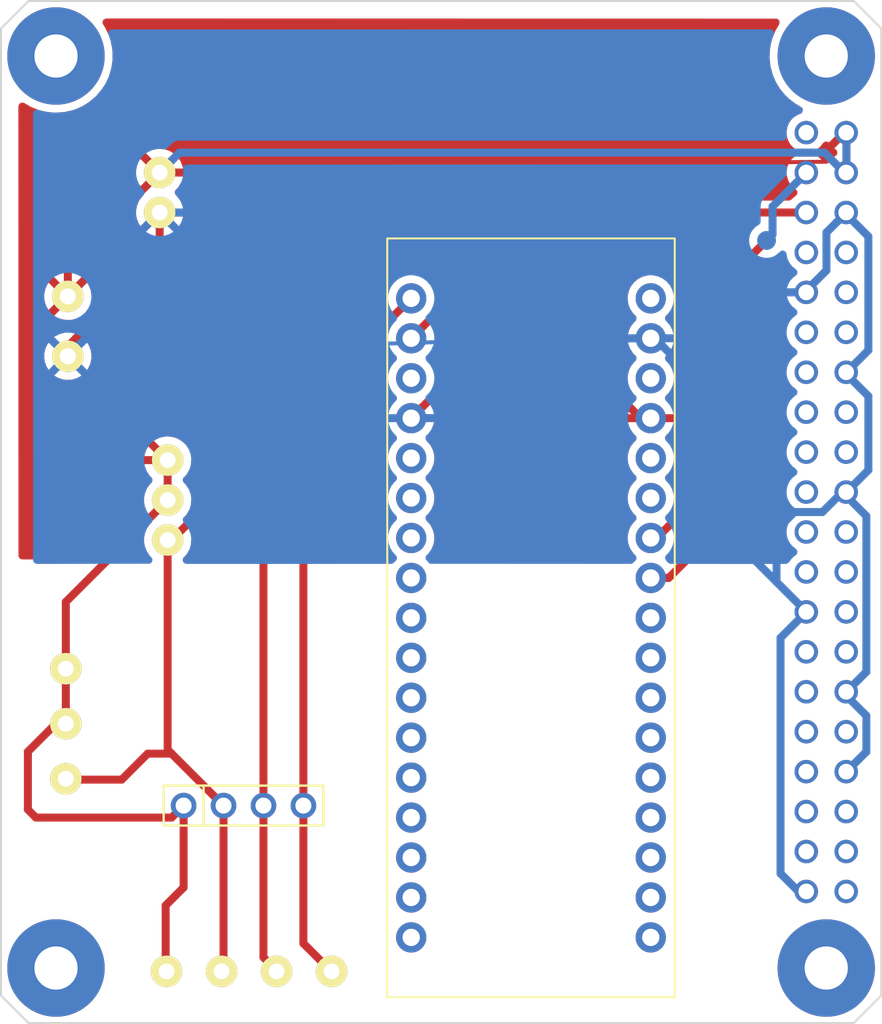
<source format=kicad_pcb>
(kicad_pcb (version 4) (host json2kicad_pcb "2021-01-26 02:29:09")

  (general
    (links 0)
    (no_connects 0)
    (area -28.92806 -34.1839486856 28.0 32.5)
    (thickness 1.6002)
    (drawings 0)
    (tracks 121)
    (zones 2)
    (modules 8)
    (nets 79)
  )

  (page A3)
  (title_block
    (date "30 dec 2015")
  )

  (layers
  (0 B.Cu signal)
  (1 Inner1.Cu signal)
  (2 Inner2.Cu signal)
  (15 F.Cu signal)
  (20 B.SilkS user)
  (21 F.SilkS user)
  (22 B.Paste user)
  (23 F.Paste user)
  (24 Dwgs.User user)
  (25 Cmts.User user)
  (26 Eco1.User user)
  (27 Eco2.User user)
  (28 Edge.Cuts user)
  (31 B.Cu signal)
  (32 B.Adhes user)
  (33 F.Adhes user)
  (34 B.Paste user)
  (35 F.Paste user)
  (36 B.SilkS user)
  (37 F.SilkS user)
  (38 B.Mask user)
  (39 F.Mask user)
  (40 Dwgs.User user)
  (41 Cmts.User user)
  (42 Eco1.User user)
  (43 Eco2.User user)
  (44 Edge.Cuts user)
  )

  (setup
(last_trace_width 0.254)
    (trace_clearance 0.254)
    (zone_clearance 0.508)
    (zone_45_only no)
    (trace_min 0.254)
    (segment_width 0.2)
    (edge_width 0.1)
    (via_size 1.19888)
    (via_drill 0.635)
    (via_min_size 0.889)
    (via_min_drill 0.508)
    (uvia_size 0.508)
    (uvia_drill 0.127)
    (uvias_allowed no)
    (uvia_min_size 0.508)
    (uvia_min_drill 0.127)
    (pcb_text_width 0.3)
    (pcb_text_size 1.5 1.5)
    (mod_edge_width 0.15)
    (mod_text_size 1 1)
    (mod_text_width 0.15)
    (pad_size 1.5 1.5)
    (pad_drill 0.6)
    (pad_to_mask_clearance 0)
    (aux_axis_origin 0 0)
    (visible_elements 7FFFFFFF)
    (pcbplotparams
      (layerselection 0x00030_80000001)
      (usegerberextensions true)
      (excludeedgelayer true)
      (linewidth 0.150000)
      (plotframeref false)
      (viasonmask false)
      (mode 1)
      (useauxorigin false)
      (hpglpennumber 1)
      (hpglpenspeed 20)
      (hpglpendiameter 15)
      (hpglpenoverlay 2)
      (psnegative false)
      (psa4output false)
      (plotreference true)
      (plotvalue true)
      (plotinvisibletext false)
      (padsonsilk false)
      (subtractmaskfromsilk false)
      (outputformat 1)
      (mirror false)
      (drillshape 1)
      (scaleselection 1)
      (outputdirectory ""))
  )

  (net 0 "")
  (net 1 "N-00001")
  (net 2 "N-00002")
  (net 3 "N-00003")
  (net 92 "N-00092")
  (net 5 "N-00005")
  (net 6 "N-00006")
  (net 7 "N-00007")
  (net 8 "N-00008")
  (net 101 "N-00101")
  (net 10 "N-00010")
  (net 11 "N-00011")
  (net 12 "N-00012")
  (net 13 "N-00013")
  (net 103 "N-00103")
  (net 15 "N-00015")
  (net 16 "N-00016")
  (net 17 "N-00017")
  (net 18 "N-00018")
  (net 19 "N-00019")
  (net 102 "N-00102")
  (net 21 "N-00021")
  (net 22 "N-00022")
  (net 23 "N-00023")
  (net 24 "N-00024")
  (net 98 "N-00098")
  (net 26 "N-00026")
  (net 27 "N-00027")
  (net 28 "N-00028")
  (net 29 "N-00029")
  (net 100 "N-00100")
  (net 31 "N-00031")
  (net 32 "N-00032")
  (net 33 "N-00033")
  (net 99 "N-00099")
  (net 35 "N-00035")
  (net 36 "N-00036")
  (net 37 "N-00037")
  (net 38 "N-00038")
  (net 89 "N-00089")
  (net 40 "N-00040")
  (net 41 "N-00041")
  (net 42 "N-00042")
  (net 43 "N-00043")
  (net 44 "N-00044")
  (net 45 "N-00045")
  (net 46 "N-00046")
  (net 47 "N-00047")
  (net 48 "N-00048")
  (net 49 "N-00049")
  (net 50 "N-00050")
  (net 51 "N-00051")
  (net 52 "N-00052")
  (net 53 "N-00053")
  (net 54 "N-00054")
  (net 55 "N-00055")
  (net 90 "N-00090")
  (net 57 "N-00057")
  (net 78 "N-00078")
  (net 59 "N-00059")
  (net 60 "N-00060")
  (net 61 "N-00061")
  (net 62 "N-00062")
  (net 91 "N-00091")
  (net 64 "N-00064")
  (net 65 "N-00065")
  (net 66 "N-00066")
  (net 67 "N-00067")
  (net 97 "N-00097")
  (net 104 "N-00104")
  (net 70 "N-00070")
  (net 71 "N-00071")
  (net 72 "N-00072")
  (net 73 "N-00073")
  (net 74 "N-00074")
  (net 75 "N-00075")
  (net 76 "N-00076")
  (net 77 "N-00077")
  (net 106 "N-00106")

  (net_class Default "This is the default net class."
    (via_dia 1.19888)
    (via_drill 0.635)
    (uvia_drill 0.127)
    (trace_width 0.254)
    (uvia_dia 0.508)
    (clearance 0.254)
    (add_net "")
    (add_net "N-00001")
    (add_net "N-00002")
    (add_net "N-00003")
    (add_net "N-00005")
    (add_net "N-00006")
    (add_net "N-00007")
    (add_net "N-00008")
    (add_net "N-00010")
    (add_net "N-00011")
    (add_net "N-00012")
    (add_net "N-00013")
    (add_net "N-00015")
    (add_net "N-00016")
    (add_net "N-00017")
    (add_net "N-00018")
    (add_net "N-00019")
    (add_net "N-00021")
    (add_net "N-00022")
    (add_net "N-00023")
    (add_net "N-00024")
    (add_net "N-00026")
    (add_net "N-00027")
    (add_net "N-00028")
    (add_net "N-00029")
    (add_net "N-00031")
    (add_net "N-00024")
    (add_net "N-00033")
    (add_net "N-00026")
    (add_net "N-00035")
    (add_net "N-00036")
    (add_net "N-00021")
    (add_net "N-00022")
    (add_net "N-00023")
    (add_net "N-00040")
    (add_net "N-00041")
    (add_net "N-00042")
    (add_net "N-00043")
    (add_net "N-00028")
    (add_net "N-00029")
    (add_net "N-00046")
    (add_net "N-00047")
    (add_net "N-00048")
    (add_net "")
    (add_net "N-00050")
    (add_net "N-00051")
    (add_net "N-00052")
    (add_net "N-00053")
    (add_net "N-00054")
    (add_net "N-00055")
    (add_net "N-00008")
    (add_net "N-00059")
    (add_net "N-00060")
    (add_net "N-00061")
    (add_net "N-00062")
    (add_net "N-00064")
    (add_net "N-00065")
    (add_net "N-00066")
    (add_net "N-00067")
    (add_net "N-00070")
    (add_net "N-00071")
    (add_net "N-00072")
    (add_net "N-00073")
    (add_net "N-00074")
    (add_net "N-00075")
    (add_net "N-00076")
    (add_net "N-00077")
    (add_net "N-00078")
    (add_net "N-00089")
    (add_net "N-00090")
    (add_net "N-00091")
    (add_net "N-00092")
    (add_net "N-00097")
    (add_net "N-00098")
    (add_net "N-00099")
    (add_net "N-00100")
    (add_net "N-00101")
    (add_net "N-00102")
    (add_net "N-00103")
    (add_net "N-00055")
    (add_net "N-00054")
    (add_net "N-00057")
    (add_net "N-00051")
    (add_net "N-00050")
    (add_net "N-00053")
    (add_net "N-00052")
    (add_net "N-00104")
    (add_net "N-00106")
    (add_net "N-00089")
    (add_net "N-00003")
    (add_net "N-00007")
    (add_net "N-00032")
    (add_net "N-00027")
    (add_net "N-00102")
    (add_net "N-00103")
    (add_net "N-00100")
    (add_net "N-00101")
    (add_net "N-00106")
    (add_net "N-00104")
    (add_net "N-00037")
    (add_net "N-00038")
    (add_net "N-00038")
    (add_net "N-00033")
    (add_net "N-00032")
    (add_net "N-00031")
    (add_net "N-00037")
    (add_net "N-00036")
    (add_net "N-00035")
    (add_net "N-00059")
    (add_net "N-00044")
    (add_net "N-00045")
    (add_net "N-00060")
    (add_net "N-00061")
    (add_net "N-00062")
    (add_net "N-00064")
    (add_net "N-00065")
    (add_net "N-00066")
    (add_net "N-00067")
    (add_net "N-00049")
    (add_net "N-00002")
    (add_net "N-00006")
    (add_net "N-00099")
    (add_net "N-00098")
    (add_net "N-00057")
    (add_net "N-00091")
    (add_net "N-00090")
    (add_net "N-00092")
    (add_net "N-00097")
    (add_net "N-00011")
    (add_net "N-00010")
    (add_net "N-00013")
    (add_net "N-00012")
    (add_net "N-00015")
    (add_net "N-00017")
    (add_net "N-00016")
    (add_net "N-00019")
    (add_net "N-00018")
    (add_net "N-00048")
    (add_net "N-00049")
    (add_net "N-00046")
    (add_net "N-00047")
    (add_net "N-00044")
    (add_net "N-00045")
    (add_net "N-00042")
    (add_net "N-00043")
    (add_net "N-00040")
    (add_net "N-00041")
    (add_net "N-00001")
    (add_net "N-00005")
    (add_net "N-00077")
    (add_net "N-00076")
    (add_net "N-00075")
    (add_net "N-00074")
    (add_net "N-00073")
    (add_net "N-00072")
    (add_net "N-00071")
    (add_net "N-00070")
    (add_net "N-00078")
  )
  (module "ARDUINOMICRO"
    (layer "F.Cu")
    (tedit 0)
    (tstamp 0)
    (at 3.556 3.81 90.00)
    (fp_text reference "ref**"
      (at 0.0 0.0 0.00)
      (layer Cmts.User)
      (effects (font (size 0.0 0.0)
        (thickness 0.0)))
    )
    (fp_text value "val**"
      (at 0.0 0.0 0.00)
      (layer Eco1.User)
      (effects (font (size 0.0 0.0)
        (thickness 0.0)))
    )
    (fp_line (start -24.13 9.144) (end 24.13 9.144) (layer F.SilkS) (width 0.127))
    (fp_line (start 24.13 9.144) (end 24.13 -9.144) (layer F.SilkS) (width 0.127))
    (fp_line (start 24.13 -9.144) (end -24.13 -9.144) (layer F.SilkS) (width 0.127))
    (fp_line (start -24.13 -9.144) (end -24.13 9.144) (layer F.SilkS) (width 0.127))
    (pad P$1 thru_hole oval (at -20.32 -7.62 90.00) (size 1.9304 1.9304) (drill 1.09982) (layers "B.Cu" "Inner1.Cu" "Inner2.Cu" "F.Cu" "B.Paste" "F.Paste") (net 45 N-00045))
    (pad P$2 thru_hole oval (at -17.78 -7.62 90.00) (size 1.9304 1.9304) (drill 1.09982) (layers "B.Cu" "Inner1.Cu" "Inner2.Cu" "F.Cu" "B.Paste" "F.Paste") (net 46 N-00046))
    (pad P$3 thru_hole oval (at -15.24 -7.62 90.00) (size 1.9304 1.9304) (drill 1.09982) (layers "B.Cu" "Inner1.Cu" "Inner2.Cu" "F.Cu" "B.Paste" "F.Paste") (net 47 N-00047))
    (pad P$4 thru_hole oval (at -12.7 -7.62 90.00) (size 1.9304 1.9304) (drill 1.09982) (layers "B.Cu" "Inner1.Cu" "Inner2.Cu" "F.Cu" "B.Paste" "F.Paste") (net 48 N-00048))
    (pad P$5 thru_hole oval (at -10.16 -7.62 90.00) (size 1.9304 1.9304) (drill 1.09982) (layers "B.Cu" "Inner1.Cu" "Inner2.Cu" "F.Cu" "B.Paste" "F.Paste") (net 49 N-00049))
    (pad P$6 thru_hole oval (at -7.62 -7.62 90.00) (size 1.9304 1.9304) (drill 1.09982) (layers "B.Cu" "Inner1.Cu" "Inner2.Cu" "F.Cu" "B.Paste" "F.Paste") (net 50 N-00050))
    (pad P$7 thru_hole oval (at -5.08 -7.62 90.00) (size 1.9304 1.9304) (drill 1.09982) (layers "B.Cu" "Inner1.Cu" "Inner2.Cu" "F.Cu" "B.Paste" "F.Paste") (net 51 N-00051))
    (pad P$8 thru_hole oval (at -2.54 -7.62 90.00) (size 1.9304 1.9304) (drill 1.09982) (layers "B.Cu" "Inner1.Cu" "Inner2.Cu" "F.Cu" "B.Paste" "F.Paste") (net 52 N-00052))
    (pad P$9 thru_hole oval (at 0.0 -7.62 90.00) (size 1.9304 1.9304) (drill 1.09982) (layers "B.Cu" "Inner1.Cu" "Inner2.Cu" "F.Cu" "B.Paste" "F.Paste") (net 53 N-00053))
    (pad P$10 thru_hole oval (at 2.54 -7.62 90.00) (size 1.9304 1.9304) (drill 1.09982) (layers "B.Cu" "Inner1.Cu" "Inner2.Cu" "F.Cu" "B.Paste" "F.Paste") (net 54 N-00054))
    (pad P$11 thru_hole oval (at 5.08 -7.62 90.00) (size 1.9304 1.9304) (drill 1.09982) (layers "B.Cu" "Inner1.Cu" "Inner2.Cu" "F.Cu" "B.Paste" "F.Paste") (net 55 N-00055))
    (pad P$12 thru_hole oval (at 12.7 7.62 90.00) (size 1.9304 1.9304) (drill 1.09982) (layers "B.Cu" "Inner1.Cu" "Inner2.Cu" "F.Cu" "B.Paste" "F.Paste") (net 2 N-00002))
    (pad P$13 thru_hole oval (at 10.16 7.62 90.00) (size 1.9304 1.9304) (drill 1.09982) (layers "B.Cu" "Inner1.Cu" "Inner2.Cu" "F.Cu" "B.Paste" "F.Paste") (net 57 N-00057))
    (pad P$14 thru_hole oval (at 12.7 -7.62 90.00) (size 1.9304 1.9304) (drill 1.09982) (layers "B.Cu" "Inner1.Cu" "Inner2.Cu" "F.Cu" "B.Paste" "F.Paste") (net 6 N-00006))
    (pad P$15 thru_hole oval (at 15.24 -7.62 90.00) (size 1.9304 1.9304) (drill 1.09982) (layers "B.Cu" "Inner1.Cu" "Inner2.Cu" "F.Cu" "B.Paste" "F.Paste") (net 59 N-00059))
    (pad P$16 thru_hole oval (at 17.78 -7.62 90.00) (size 1.9304 1.9304) (drill 1.09982) (layers "B.Cu" "Inner1.Cu" "Inner2.Cu" "F.Cu" "B.Paste" "F.Paste") (net 60 N-00060))
    (pad P$17 thru_hole oval (at 20.32 -7.62 90.00) (size 1.9304 1.9304) (drill 1.09982) (layers "B.Cu" "Inner1.Cu" "Inner2.Cu" "F.Cu" "B.Paste" "F.Paste") (net 61 N-00061))
    (pad P$18 thru_hole oval (at 20.32 7.62 90.00) (size 1.9304 1.9304) (drill 1.09982) (layers "B.Cu" "Inner1.Cu" "Inner2.Cu" "F.Cu" "B.Paste" "F.Paste") (net 62 N-00062))
    (pad P$19 thru_hole oval (at 17.78 7.62 90.00) (size 1.9304 1.9304) (drill 1.09982) (layers "B.Cu" "Inner1.Cu" "Inner2.Cu" "F.Cu" "B.Paste" "F.Paste") (net 6 N-00006))
    (pad P$20 thru_hole oval (at 15.24 7.62 90.00) (size 1.9304 1.9304) (drill 1.09982) (layers "B.Cu" "Inner1.Cu" "Inner2.Cu" "F.Cu" "B.Paste" "F.Paste") (net 64 N-00064))
    (pad P$21 thru_hole oval (at 7.62 -7.62 90.00) (size 1.9304 1.9304) (drill 1.09982) (layers "B.Cu" "Inner1.Cu" "Inner2.Cu" "F.Cu" "B.Paste" "F.Paste") (net 65 N-00065))
    (pad P$22 thru_hole oval (at 10.16 -7.62 90.00) (size 1.9304 1.9304) (drill 1.09982) (layers "B.Cu" "Inner1.Cu" "Inner2.Cu" "F.Cu" "B.Paste" "F.Paste") (net 66 N-00066))
    (pad P$23 thru_hole oval (at 7.62 7.62 90.00) (size 1.9304 1.9304) (drill 1.09982) (layers "B.Cu" "Inner1.Cu" "Inner2.Cu" "F.Cu" "B.Paste" "F.Paste") (net 67 N-00067))
    (pad P$24 thru_hole oval (at 5.08 7.62 90.00) (size 1.9304 1.9304) (drill 1.09982) (layers "B.Cu" "Inner1.Cu" "Inner2.Cu" "F.Cu" "B.Paste" "F.Paste") (net 5 N-00005))
    (pad P$25 thru_hole oval (at 2.54 7.62 90.00) (size 1.9304 1.9304) (drill 1.09982) (layers "B.Cu" "Inner1.Cu" "Inner2.Cu" "F.Cu" "B.Paste" "F.Paste") (net 3 N-00003))
    (pad P$26 thru_hole oval (at 0.0 7.62 90.00) (size 1.9304 1.9304) (drill 1.09982) (layers "B.Cu" "Inner1.Cu" "Inner2.Cu" "F.Cu" "B.Paste" "F.Paste") (net 70 N-00070))
    (pad P$27 thru_hole oval (at -2.54 7.62 90.00) (size 1.9304 1.9304) (drill 1.09982) (layers "B.Cu" "Inner1.Cu" "Inner2.Cu" "F.Cu" "B.Paste" "F.Paste") (net 71 N-00071))
    (pad P$28 thru_hole oval (at -5.08 7.62 90.00) (size 1.9304 1.9304) (drill 1.09982) (layers "B.Cu" "Inner1.Cu" "Inner2.Cu" "F.Cu" "B.Paste" "F.Paste") (net 72 N-00072))
    (pad P$29 thru_hole oval (at -7.62 7.62 90.00) (size 1.9304 1.9304) (drill 1.09982) (layers "B.Cu" "Inner1.Cu" "Inner2.Cu" "F.Cu" "B.Paste" "F.Paste") (net 73 N-00073))
    (pad P$30 thru_hole oval (at -10.16 7.62 90.00) (size 1.9304 1.9304) (drill 1.09982) (layers "B.Cu" "Inner1.Cu" "Inner2.Cu" "F.Cu" "B.Paste" "F.Paste") (net 74 N-00074))
    (pad P$31 thru_hole oval (at -12.7 7.62 90.00) (size 1.9304 1.9304) (drill 1.09982) (layers "B.Cu" "Inner1.Cu" "Inner2.Cu" "F.Cu" "B.Paste" "F.Paste") (net 75 N-00075))
    (pad P$32 thru_hole oval (at -15.24 7.62 90.00) (size 1.9304 1.9304) (drill 1.09982) (layers "B.Cu" "Inner1.Cu" "Inner2.Cu" "F.Cu" "B.Paste" "F.Paste") (net 76 N-00076))
    (pad P$33 thru_hole oval (at -17.78 7.62 90.00) (size 1.9304 1.9304) (drill 1.09982) (layers "B.Cu" "Inner1.Cu" "Inner2.Cu" "F.Cu" "B.Paste" "F.Paste") (net 77 N-00077))
    (pad P$34 thru_hole oval (at -20.32 7.62 90.00) (size 1.9304 1.9304) (drill 1.09982) (layers "B.Cu" "Inner1.Cu" "Inner2.Cu" "F.Cu" "B.Paste" "F.Paste") (net 78 N-00078))
  )

  (module "meow_pi_shield"
    (layer "F.Cu")
    (tedit 0)
    (tstamp 0)
    (at -2.159 -2.921 0.00)
    (fp_text reference ""
      (at 0.0 0.0 0.00)
      (layer F.SilkS)
      (effects (font (size 0.0 0.0)
        (thickness 0.0)))
    )
    (fp_text reference "shield"
      (at 0.0 0.0 0.00)
      (layer F.SilkS)
      (effects (font (size 0.0 0.0)
        (thickness 0.0)))
    )
    (fp_line (start -28.0 -30.75) (end -26.25 -32.5) (layer Edge.Cuts) (width 0.127))
    (fp_line (start -26.25 -32.5) (end 26.25 -32.5) (layer Edge.Cuts) (width 0.127))
    (fp_line (start 26.25 -32.5) (end 28.0 -30.75) (layer Edge.Cuts) (width 0.127))
    (fp_line (start 28.0 -30.75) (end 28.0 30.75) (layer Edge.Cuts) (width 0.127))
    (fp_line (start 28.0 30.75) (end 26.25 32.5) (layer Edge.Cuts) (width 0.127))
    (fp_line (start 26.25 32.5) (end -26.25 32.5) (layer Edge.Cuts) (width 0.127))
    (fp_line (start -26.25 32.5) (end -28.0 30.75) (layer Edge.Cuts) (width 0.127))
    (fp_line (start -28.0 30.75) (end -28.0 -30.75) (layer Edge.Cuts) (width 0.127))
    (pad 1 thru_hole oval (at 23.2283 -24.13 0.00) (size 1.49606 1.49606) (drill 0.99822) (layers "B.Cu" "Inner1.Cu" "Inner2.Cu" "F.Cu" "B.Paste" "F.Paste") (net 1 N-00001))
    (pad 2 thru_hole oval (at 25.7683 -24.13 0.00) (size 1.49606 1.49606) (drill 0.99822) (layers "B.Cu" "Inner1.Cu" "Inner2.Cu" "F.Cu" "B.Paste" "F.Paste") (net 2 N-00002))
    (pad 3 thru_hole oval (at 23.2283 -21.59 0.00) (size 1.49606 1.49606) (drill 0.99822) (layers "B.Cu" "Inner1.Cu" "Inner2.Cu" "F.Cu" "B.Paste" "F.Paste") (net 3 N-00003))
    (pad 4 thru_hole oval (at 25.7683 -21.59 0.00) (size 1.49606 1.49606) (drill 0.99822) (layers "B.Cu" "Inner1.Cu" "Inner2.Cu" "F.Cu" "B.Paste" "F.Paste") (net 2 N-00002))
    (pad 5 thru_hole oval (at 23.2283 -19.05 0.00) (size 1.49606 1.49606) (drill 0.99822) (layers "B.Cu" "Inner1.Cu" "Inner2.Cu" "F.Cu" "B.Paste" "F.Paste") (net 5 N-00005))
    (pad 6 thru_hole oval (at 25.7683 -19.05 0.00) (size 1.49606 1.49606) (drill 0.99822) (layers "B.Cu" "Inner1.Cu" "Inner2.Cu" "F.Cu" "B.Paste" "F.Paste") (net 6 N-00006))
    (pad 7 thru_hole oval (at 23.2283 -16.51 0.00) (size 1.49606 1.49606) (drill 0.99822) (layers "B.Cu" "Inner1.Cu" "Inner2.Cu" "F.Cu" "B.Paste" "F.Paste") (net 7 N-00007))
    (pad 8 thru_hole oval (at 25.7683 -16.51 0.00) (size 1.49606 1.49606) (drill 0.99822) (layers "B.Cu" "Inner1.Cu" "Inner2.Cu" "F.Cu" "B.Paste" "F.Paste") (net 8 N-00008))
    (pad 9 thru_hole oval (at 23.2283 -13.97 0.00) (size 1.49606 1.49606) (drill 0.99822) (layers "B.Cu" "Inner1.Cu" "Inner2.Cu" "F.Cu" "B.Paste" "F.Paste") (net 6 N-00006))
    (pad 10 thru_hole oval (at 25.7683 -13.97 0.00) (size 1.49606 1.49606) (drill 0.99822) (layers "B.Cu" "Inner1.Cu" "Inner2.Cu" "F.Cu" "B.Paste" "F.Paste") (net 10 N-00010))
    (pad 11 thru_hole oval (at 23.2283 -11.43 0.00) (size 1.49606 1.49606) (drill 0.99822) (layers "B.Cu" "Inner1.Cu" "Inner2.Cu" "F.Cu" "B.Paste" "F.Paste") (net 11 N-00011))
    (pad 12 thru_hole oval (at 25.7683 -11.43 0.00) (size 1.49606 1.49606) (drill 0.99822) (layers "B.Cu" "Inner1.Cu" "Inner2.Cu" "F.Cu" "B.Paste" "F.Paste") (net 12 N-00012))
    (pad 13 thru_hole oval (at 23.2283 -8.89 0.00) (size 1.49606 1.49606) (drill 0.99822) (layers "B.Cu" "Inner1.Cu" "Inner2.Cu" "F.Cu" "B.Paste" "F.Paste") (net 13 N-00013))
    (pad 14 thru_hole oval (at 25.7683 -8.89 0.00) (size 1.49606 1.49606) (drill 0.99822) (layers "B.Cu" "Inner1.Cu" "Inner2.Cu" "F.Cu" "B.Paste" "F.Paste") (net 6 N-00006))
    (pad 15 thru_hole oval (at 23.2283 -6.35 0.00) (size 1.49606 1.49606) (drill 0.99822) (layers "B.Cu" "Inner1.Cu" "Inner2.Cu" "F.Cu" "B.Paste" "F.Paste") (net 15 N-00015))
    (pad 16 thru_hole oval (at 25.7683 -6.35 0.00) (size 1.49606 1.49606) (drill 0.99822) (layers "B.Cu" "Inner1.Cu" "Inner2.Cu" "F.Cu" "B.Paste" "F.Paste") (net 16 N-00016))
    (pad 17 thru_hole oval (at 23.2283 -3.81 0.00) (size 1.49606 1.49606) (drill 0.99822) (layers "B.Cu" "Inner1.Cu" "Inner2.Cu" "F.Cu" "B.Paste" "F.Paste") (net 17 N-00017))
    (pad 18 thru_hole oval (at 25.7683 -3.81 0.00) (size 1.49606 1.49606) (drill 0.99822) (layers "B.Cu" "Inner1.Cu" "Inner2.Cu" "F.Cu" "B.Paste" "F.Paste") (net 18 N-00018))
    (pad 19 thru_hole oval (at 23.2283 -1.27 0.00) (size 1.49606 1.49606) (drill 0.99822) (layers "B.Cu" "Inner1.Cu" "Inner2.Cu" "F.Cu" "B.Paste" "F.Paste") (net 19 N-00019))
    (pad 20 thru_hole oval (at 25.7683 -1.27 0.00) (size 1.49606 1.49606) (drill 0.99822) (layers "B.Cu" "Inner1.Cu" "Inner2.Cu" "F.Cu" "B.Paste" "F.Paste") (net 6 N-00006))
    (pad 21 thru_hole oval (at 23.2283 1.27 0.00) (size 1.49606 1.49606) (drill 0.99822) (layers "B.Cu" "Inner1.Cu" "Inner2.Cu" "F.Cu" "B.Paste" "F.Paste") (net 21 N-00021))
    (pad 22 thru_hole oval (at 25.7683 1.27 0.00) (size 1.49606 1.49606) (drill 0.99822) (layers "B.Cu" "Inner1.Cu" "Inner2.Cu" "F.Cu" "B.Paste" "F.Paste") (net 22 N-00022))
    (pad 23 thru_hole oval (at 23.2283 3.81 0.00) (size 1.49606 1.49606) (drill 0.99822) (layers "B.Cu" "Inner1.Cu" "Inner2.Cu" "F.Cu" "B.Paste" "F.Paste") (net 23 N-00023))
    (pad 24 thru_hole oval (at 25.7683 3.81 0.00) (size 1.49606 1.49606) (drill 0.99822) (layers "B.Cu" "Inner1.Cu" "Inner2.Cu" "F.Cu" "B.Paste" "F.Paste") (net 24 N-00024))
    (pad 25 thru_hole oval (at 23.2283 6.35 0.00) (size 1.49606 1.49606) (drill 0.99822) (layers "B.Cu" "Inner1.Cu" "Inner2.Cu" "F.Cu" "B.Paste" "F.Paste") (net 6 N-00006))
    (pad 26 thru_hole oval (at 25.7683 6.35 0.00) (size 1.49606 1.49606) (drill 0.99822) (layers "B.Cu" "Inner1.Cu" "Inner2.Cu" "F.Cu" "B.Paste" "F.Paste") (net 26 N-00026))
    (pad 27 thru_hole oval (at 23.2283 8.89 0.00) (size 1.49606 1.49606) (drill 0.99822) (layers "B.Cu" "Inner1.Cu" "Inner2.Cu" "F.Cu" "B.Paste" "F.Paste") (net 27 N-00027))
    (pad 28 thru_hole oval (at 25.7683 8.89 0.00) (size 1.49606 1.49606) (drill 0.99822) (layers "B.Cu" "Inner1.Cu" "Inner2.Cu" "F.Cu" "B.Paste" "F.Paste") (net 28 N-00028))
    (pad 29 thru_hole oval (at 23.2283 11.43 0.00) (size 1.49606 1.49606) (drill 0.99822) (layers "B.Cu" "Inner1.Cu" "Inner2.Cu" "F.Cu" "B.Paste" "F.Paste") (net 29 N-00029))
    (pad 30 thru_hole oval (at 25.7683 11.43 0.00) (size 1.49606 1.49606) (drill 0.99822) (layers "B.Cu" "Inner1.Cu" "Inner2.Cu" "F.Cu" "B.Paste" "F.Paste") (net 6 N-00006))
    (pad 31 thru_hole oval (at 23.2283 13.97 0.00) (size 1.49606 1.49606) (drill 0.99822) (layers "B.Cu" "Inner1.Cu" "Inner2.Cu" "F.Cu" "B.Paste" "F.Paste") (net 31 N-00031))
    (pad 32 thru_hole oval (at 25.7683 13.97 0.00) (size 1.49606 1.49606) (drill 0.99822) (layers "B.Cu" "Inner1.Cu" "Inner2.Cu" "F.Cu" "B.Paste" "F.Paste") (net 32 N-00032))
    (pad 33 thru_hole oval (at 23.2283 16.51 0.00) (size 1.49606 1.49606) (drill 0.99822) (layers "B.Cu" "Inner1.Cu" "Inner2.Cu" "F.Cu" "B.Paste" "F.Paste") (net 33 N-00033))
    (pad 34 thru_hole oval (at 25.7683 16.51 0.00) (size 1.49606 1.49606) (drill 0.99822) (layers "B.Cu" "Inner1.Cu" "Inner2.Cu" "F.Cu" "B.Paste" "F.Paste") (net 6 N-00006))
    (pad 35 thru_hole oval (at 23.2283 19.05 0.00) (size 1.49606 1.49606) (drill 0.99822) (layers "B.Cu" "Inner1.Cu" "Inner2.Cu" "F.Cu" "B.Paste" "F.Paste") (net 35 N-00035))
    (pad 36 thru_hole oval (at 25.7683 19.05 0.00) (size 1.49606 1.49606) (drill 0.99822) (layers "B.Cu" "Inner1.Cu" "Inner2.Cu" "F.Cu" "B.Paste" "F.Paste") (net 36 N-00036))
    (pad 37 thru_hole oval (at 23.2283 21.59 0.00) (size 1.49606 1.49606) (drill 0.99822) (layers "B.Cu" "Inner1.Cu" "Inner2.Cu" "F.Cu" "B.Paste" "F.Paste") (net 37 N-00037))
    (pad 38 thru_hole oval (at 25.7683 21.59 0.00) (size 1.49606 1.49606) (drill 0.99822) (layers "B.Cu" "Inner1.Cu" "Inner2.Cu" "F.Cu" "B.Paste" "F.Paste") (net 38 N-00038))
    (pad 39 thru_hole oval (at 23.2283 24.13 0.00) (size 1.49606 1.49606) (drill 0.99822) (layers "B.Cu" "Inner1.Cu" "Inner2.Cu" "F.Cu" "B.Paste" "F.Paste") (net 6 N-00006))
    (pad 40 thru_hole oval (at 25.7683 24.13 0.00) (size 1.49606 1.49606) (drill 0.99822) (layers "B.Cu" "Inner1.Cu" "Inner2.Cu" "F.Cu" "B.Paste" "F.Paste") (net 40 N-00040))
    (pad S0 thru_hole oval (at -24.50084 -29.00172 0.00) (size 6.1976 6.1976) (drill 2.74828) (layers "B.Cu" "Inner1.Cu" "Inner2.Cu" "F.Cu" "B.Paste" "F.Paste") (net 41 N-00041))
    (pad S1 thru_hole oval (at 24.4983 -29.00172 0.00) (size 6.1976 6.1976) (drill 2.74828) (layers "B.Cu" "Inner1.Cu" "Inner2.Cu" "F.Cu" "B.Paste" "F.Paste") (net 42 N-00042))
    (pad S2 thru_hole oval (at 24.4983 28.99918 0.00) (size 6.1976 6.1976) (drill 2.74828) (layers "B.Cu" "Inner1.Cu" "Inner2.Cu" "F.Cu" "B.Paste" "F.Paste") (net 43 N-00043))
    (pad S3 thru_hole oval (at -24.50084 28.99918 0.00) (size 6.1976 6.1976) (drill 2.74828) (layers "B.Cu" "Inner1.Cu" "Inner2.Cu" "F.Cu" "B.Paste" "F.Paste") (net 44 N-00044))
  )

  (segment (start -25.908 -18.669) (end -20.066 -24.511) (width 0.508) (layer B.Cu) (net 2))
  (module "meow"
    (layer "F.Cu")
    (tedit 0)
    (tstamp 0)
    (at -20.066 -23.241 0.00)
    (fp_text reference "pwr"
      (at 0.0 0.0 0.00)
      (layer F.SilkS)
      (effects (font (size 0.0 0.0)
        (thickness 0.0)))
    )
    (fp_text reference "conn2_small"
      (at 0.0 0.0 0.00)
      (layer F.SilkS)
      (effects (font (size 0.0 0.0)
        (thickness 0.0)))
    )
    (pad 1 thru_hole circle (at 0.0 -1.27 0.00) (size 2.0 2.0) (drill 1.0) (layers "B.Cu" "Inner1.Cu" "Inner2.Cu" "F.Cu" "F.SilkS" "B.Paste" "F.Paste") (net 2 N-00002))
    (pad 2 thru_hole circle (at 0.0 1.27 0.00) (size 2.0 2.0) (drill 1.0) (layers "B.Cu" "Inner1.Cu" "Inner2.Cu" "F.Cu" "F.SilkS" "B.Paste" "F.Paste") (net 6 N-00006))
  )

  (module "meow"
    (layer "F.Cu")
    (tedit 0)
    (tstamp 0)
    (at -19.558 -3.683 0.00)
    (fp_text reference "mon_pwr"
      (at 0.0 0.0 0.00)
      (layer F.SilkS)
      (effects (font (size 0.0 0.0)
        (thickness 0.0)))
    )
    (fp_text reference "conn3_small"
      (at 0.0 0.0 0.00)
      (layer F.SilkS)
      (effects (font (size 0.0 0.0)
        (thickness 0.0)))
    )
    (pad 1 thru_hole circle (at 0.0 -2.54 0.00) (size 2.0 2.0) (drill 1.0) (layers "B.Cu" "Inner1.Cu" "Inner2.Cu" "F.Cu" "F.SilkS" "B.Paste" "F.Paste") (net 2 N-00002))
    (pad 2 thru_hole circle (at 0.0 0.0 0.00) (size 2.0 2.0) (drill 1.0) (layers "B.Cu" "Inner1.Cu" "Inner2.Cu" "F.Cu" "F.SilkS" "B.Paste" "F.Paste") (net 2 N-00002))
    (pad 3 thru_hole circle (at 0.0 2.54 0.00) (size 2.0 2.0) (drill 1.0) (layers "B.Cu" "Inner1.Cu" "Inner2.Cu" "F.Cu" "F.SilkS" "B.Paste" "F.Paste") (net 6 N-00006))
  )

  (module "meow"
    (layer "F.Cu")
    (tedit 0)
    (tstamp 0)
    (at -16.129 26.289 90.00)
    (fp_text reference "rs232"
      (at 0.0 0.0 0.00)
      (layer F.SilkS)
      (effects (font (size 0.0 0.0)
        (thickness 0.0)))
    )
    (fp_text reference "conn4_large"
      (at 0.0 0.0 0.00)
      (layer F.SilkS)
      (effects (font (size 0.0 0.0)
        (thickness 0.0)))
    )
    (pad 1 thru_hole circle (at 0.0 -3.5 90.00) (size 2.0 2.0) (drill 1.0) (layers "B.Cu" "Inner1.Cu" "Inner2.Cu" "F.Cu" "F.SilkS" "B.Paste" "F.Paste") (net 2 N-00002))
    (pad 2 thru_hole circle (at 0.0 0.0 90.00) (size 2.0 2.0) (drill 1.0) (layers "B.Cu" "Inner1.Cu" "Inner2.Cu" "F.Cu" "F.SilkS" "B.Paste" "F.Paste") (net 6 N-00006))
    (pad 3 thru_hole circle (at 0.0 3.5 90.00) (size 2.0 2.0) (drill 1.0) (layers "B.Cu" "Inner1.Cu" "Inner2.Cu" "F.Cu" "F.SilkS" "B.Paste" "F.Paste") (net 60 N-00060))
    (pad 4 thru_hole circle (at 0.0 7.0 90.00) (size 2.0 2.0) (drill 1.0) (layers "B.Cu" "Inner1.Cu" "Inner2.Cu" "F.Cu" "F.SilkS" "B.Paste" "F.Paste") (net 61 N-00061))
  )

  (module "M1X4"
    (layer "F.Cu")
    (tedit 0)
    (tstamp 0)
    (at -18.542 15.748 0.00)
    (fp_text reference "rs232"
      (at -0.9525 0.0 0.00)
      (layer Eco1.User)
      (effects (font (size 1.27 0.0)
        (thickness 0.0)))
    )
    (fp_text value "val**"
      (at 0.0 0.0 0.00)
      (layer Eco1.User)
      (effects (font (size 0.0 0.0)
        (thickness 0.0)))
    )
    (fp_line (start -1.27 1.27) (end -1.27 -1.27) (layer F.SilkS) (width 0.1524))
    (fp_line (start -1.27 -1.27) (end 1.27 -1.27) (layer F.SilkS) (width 0.1524))
    (fp_line (start 1.27 -1.27) (end 8.89 -1.27) (layer F.SilkS) (width 0.1524))
    (fp_line (start 8.89 -1.27) (end 8.89 1.27) (layer F.SilkS) (width 0.1524))
    (fp_line (start 8.89 1.27) (end 1.27 1.27) (layer F.SilkS) (width 0.1524))
    (fp_line (start 1.27 1.27) (end -1.27 1.27) (layer F.SilkS) (width 0.1524))
    (fp_line (start 1.27 1.27) (end 1.27 -1.27) (layer F.SilkS) (width 0.1524))
    (pad 1 thru_hole oval (at 0.0 0.0 0.00) (size 1.63068 1.63068) (drill 1.01854) (layers "B.Cu" "Inner1.Cu" "Inner2.Cu" "F.Cu" "B.Paste" "F.Paste") (net 2 N-00002))
    (pad 2 thru_hole oval (at 2.54 0.0 0.00) (size 1.63068 1.63068) (drill 1.01854) (layers "B.Cu" "Inner1.Cu" "Inner2.Cu" "F.Cu" "B.Paste" "F.Paste") (net 6 N-00006))
    (pad 3 thru_hole oval (at 5.08 0.0 0.00) (size 1.63068 1.63068) (drill 1.01854) (layers "B.Cu" "Inner1.Cu" "Inner2.Cu" "F.Cu" "B.Paste" "F.Paste") (net 60 N-00060))
    (pad 4 thru_hole oval (at 7.62 0.0 0.00) (size 1.63068 1.63068) (drill 1.01854) (layers "B.Cu" "Inner1.Cu" "Inner2.Cu" "F.Cu" "B.Paste" "F.Paste") (net 61 N-00061))
  )

  (module "meow"
    (layer "F.Cu")
    (tedit 0)
    (tstamp 0)
    (at -26.035 10.541 0.00)
    (fp_text reference "mon_pwr"
      (at 0.0 0.0 0.00)
      (layer F.SilkS)
      (effects (font (size 0.0 0.0)
        (thickness 0.0)))
    )
    (fp_text reference "conn3_large"
      (at 0.0 0.0 0.00)
      (layer F.SilkS)
      (effects (font (size 0.0 0.0)
        (thickness 0.0)))
    )
    (pad 1 thru_hole circle (at 0.0 -3.5 0.00) (size 2.0 2.0) (drill 1.0) (layers "B.Cu" "Inner1.Cu" "Inner2.Cu" "F.Cu" "F.SilkS" "B.Paste" "F.Paste") (net 2 N-00002))
    (pad 2 thru_hole circle (at 0.0 0.0 0.00) (size 2.0 2.0) (drill 1.0) (layers "B.Cu" "Inner1.Cu" "Inner2.Cu" "F.Cu" "F.SilkS" "B.Paste" "F.Paste") (net 2 N-00002))
    (pad 3 thru_hole circle (at 0.0 3.5 0.00) (size 2.0 2.0) (drill 1.0) (layers "B.Cu" "Inner1.Cu" "Inner2.Cu" "F.Cu" "F.SilkS" "B.Paste" "F.Paste") (net 6 N-00006))
  )

  (segment (start -25.908 -16.637) (end -25.908 -18.669) (width 0.508) (layer B.Cu) (net 2))
  (module "meow"
    (layer "F.Cu")
    (tedit 0)
    (tstamp 0)
    (at -25.908 -14.732 0.00)
    (fp_text reference "pwr"
      (at 0.0 0.0 0.00)
      (layer F.SilkS)
      (effects (font (size 0.0 0.0)
        (thickness 0.0)))
    )
    (fp_text reference "conn2_large"
      (at 0.0 0.0 0.00)
      (layer F.SilkS)
      (effects (font (size 0.0 0.0)
        (thickness 0.0)))
    )
    (pad 1 thru_hole circle (at 0.0 -1.905 0.00) (size 1.99898 1.99898) (drill 1.016) (layers "B.Cu" "Inner1.Cu" "Inner2.Cu" "F.Cu" "F.SilkS" "B.Paste" "F.Paste") (net 2 N-00002))
    (pad 2 thru_hole circle (at 0.0 1.905 0.00) (size 1.99898 1.99898) (drill 1.016) (layers "B.Cu" "Inner1.Cu" "Inner2.Cu" "F.Cu" "F.SilkS" "B.Paste" "F.Paste") (net 6 N-00006))
  )

  (segment (start -18.542 15.748) (end -18.542 20.955) (width 0.508) (layer B.Cu) (net 2))
  (segment (start -18.542 20.955) (end -19.685 22.098) (width 0.508) (layer B.Cu) (net 2))
  (segment (start -19.685 22.098) (end -19.685 26.289) (width 0.508) (layer B.Cu) (net 2))
  (segment (start -16.002 15.748) (end -16.002 26.162) (width 0.508) (layer B.Cu) (net 6))
  (segment (start -16.002 26.162) (end -16.129 26.289) (width 0.508) (layer B.Cu) (net 6))
  (segment (start -13.462 15.748) (end -13.462 25.4) (width 0.508) (layer B.Cu) (net 60))
  (segment (start -13.462 25.4) (end -12.573 26.289) (width 0.508) (layer B.Cu) (net 60))
  (segment (start -10.922 15.748) (end -10.922 24.511) (width 0.508) (layer B.Cu) (net 61))
  (segment (start -10.922 24.511) (end -9.144 26.289) (width 0.508) (layer B.Cu) (net 61))
  (segment (start -26.035 14.097) (end -22.479 14.097) (width 0.508) (layer B.Cu) (net 6))
  (segment (start -22.479 14.097) (end -20.828 12.446) (width 0.508) (layer B.Cu) (net 6))
  (segment (start -20.828 12.446) (end -19.304 12.446) (width 0.508) (layer B.Cu) (net 6))
  (segment (start -19.304 12.446) (end -16.002 15.748) (width 0.508) (layer B.Cu) (net 6))
  (segment (start -26.035 10.541) (end -26.67 10.541) (width 0.508) (layer B.Cu) (net 2))
  (segment (start -26.67 10.541) (end -28.448 12.319) (width 0.508) (layer B.Cu) (net 2))
  (segment (start -28.448 12.319) (end -28.448 16.002) (width 0.508) (layer B.Cu) (net 2))
  (segment (start -28.448 16.002) (end -27.94 16.51) (width 0.508) (layer B.Cu) (net 2))
  (segment (start -27.94 16.51) (end -19.304 16.51) (width 0.508) (layer B.Cu) (net 2))
  (segment (start -19.304 16.51) (end -18.542 15.748) (width 0.508) (layer B.Cu) (net 2))
  (segment (start -26.035 10.541) (end -26.035 6.985) (width 0.508) (layer B.Cu) (net 2))
  (segment (start -26.035 6.985) (end -26.035 2.794) (width 0.508) (layer B.Cu) (net 2))
  (segment (start -26.035 2.794) (end -19.558 -3.683) (width 0.508) (layer B.Cu) (net 2))
  (segment (start -19.558 -6.223) (end -19.558 -3.683) (width 0.508) (layer B.Cu) (net 2))
  (segment (start -19.558 -1.143) (end -19.558 12.192) (width 0.508) (layer B.Cu) (net 6))
  (segment (start -19.558 12.192) (end -19.304 12.446) (width 0.508) (layer B.Cu) (net 6))
  (segment (start -13.462 15.748) (end -13.462 -12.7) (width 0.508) (layer B.Cu) (net 60))
  (segment (start -13.462 -12.7) (end -6.731 -19.431) (width 0.508) (layer B.Cu) (net 60))
  (segment (start -6.731 -19.431) (end -3.048 -19.431) (width 0.508) (layer B.Cu) (net 60))
  (segment (start -3.048 -19.431) (end -1.778 -18.161) (width 0.508) (layer B.Cu) (net 60))
  (segment (start -1.778 -18.161) (end -1.778 -16.256) (width 0.508) (layer B.Cu) (net 60))
  (segment (start -1.778 -16.256) (end -4.064 -13.97) (width 0.508) (layer B.Cu) (net 60))
  (segment (start -10.922 15.748) (end -10.922 -9.652) (width 0.508) (layer B.Cu) (net 61))
  (segment (start -10.922 -9.652) (end -4.064 -16.51) (width 0.508) (layer B.Cu) (net 61))
  (segment (start -25.908 -12.827) (end -25.908 -13.462) (width 0.508) (layer B.Cu) (net 6))
  (segment (start -25.908 -13.462) (end -20.066 -19.304) (width 0.508) (layer B.Cu) (net 6))
  (segment (start -20.066 -19.304) (end -20.066 -21.971) (width 0.508) (layer B.Cu) (net 6))
  (segment (start -19.558 -1.143) (end -19.304 -1.143) (width 0.508) (layer B.Cu) (net 6))
  (segment (start -19.304 -1.143) (end -17.399 -3.048) (width 0.508) (layer B.Cu) (net 6))
  (segment (start -17.399 -3.048) (end -17.399 -13.462) (width 0.508) (layer B.Cu) (net 6))
  (segment (start -17.399 -13.462) (end -20.066 -16.129) (width 0.508) (layer B.Cu) (net 6))
  (segment (start -20.066 -16.129) (end -20.066 -19.431) (width 0.508) (layer B.Cu) (net 6))
  (segment (start -19.558 -6.223) (end -22.987 -6.223) (width 0.508) (layer B.Cu) (net 2))
  (segment (start -22.987 -6.223) (end -27.813 -11.049) (width 0.508) (layer B.Cu) (net 2))
  (segment (start -27.813 -11.049) (end -27.813 -14.732) (width 0.508) (layer B.Cu) (net 2))
  (segment (start -27.813 -14.732) (end -25.908 -16.637) (width 0.508) (layer B.Cu) (net 2))
  (segment (start 23.622 -27.051) (end 23.622 -24.511) (width 0.508) (layer B.Cu) (net 2))
  (segment (start 23.622 -27.051) (end 23.495 -27.051) (width 0.508) (layer B.Cu) (net 2))
  (segment (start 23.495 -27.051) (end 22.225 -25.781) (width 0.508) (layer B.Cu) (net 2))
  (segment (start 22.225 -25.781) (end -0.508 -25.781) (width 0.508) (layer B.Cu) (net 2))
  (segment (start 18.542 -16.891) (end 13.462 -21.971) (width 0.508) (layer F.Cu) (net 6))
  (segment (start 13.462 -21.971) (end -20.066 -21.971) (width 0.508) (layer F.Cu) (net 6))
  (segment (start 21.082 -16.891) (end 18.542 -16.891) (width 0.508) (layer F.Cu) (net 6))
  (segment (start 11.176 -8.89) (end 10.541 -8.89) (width 0.508) (layer B.Cu) (net 2))
  (segment (start 10.541 -8.89) (end 8.255 -11.176) (width 0.508) (layer B.Cu) (net 2))
  (segment (start 8.255 -11.176) (end 8.255 -23.876) (width 0.508) (layer B.Cu) (net 2))
  (segment (start 8.255 -23.876) (end 6.35 -25.781) (width 0.508) (layer B.Cu) (net 2))
  (segment (start -20.066 -21.971) (end -1.651 -21.971) (width 0.508) (layer B.Cu) (net 6))
  (segment (start -1.651 -21.971) (end 0.381 -19.939) (width 0.508) (layer B.Cu) (net 6))
  (segment (start 0.381 -19.939) (end 0.381 -13.335) (width 0.508) (layer B.Cu) (net 6))
  (segment (start 0.381 -13.335) (end -4.064 -8.89) (width 0.508) (layer B.Cu) (net 6))
  (segment (start -18.796 -25.781) (end -20.066 -24.511) (width 0.508) (layer F.Cu) (net 2))
  (segment (start 14.351 -20.447) (end 15.875 -21.971) (width 0.508) (layer B.Cu) (net 5))
  (segment (start 14.351 -4.064) (end 14.351 -20.447) (width 0.508) (layer B.Cu) (net 5))
  (segment (start 11.557 -1.27) (end 14.351 -4.064) (width 0.508) (layer B.Cu) (net 5))
  (segment (start 15.875 -21.971) (end 21.082 -21.971) (width 0.508) (layer B.Cu) (net 5))
  (segment (start 11.176 -1.27) (end 11.557 -1.27) (width 0.508) (layer B.Cu) (net 5))
  (segment (start 22.225 -25.781) (end -18.796 -25.781) (width 0.508) (layer F.Cu) (net 2))
  (segment (start 23.622 -24.511) (end 23.495 -24.511) (width 0.508) (layer F.Cu) (net 2))
  (segment (start 23.495 -24.511) (end 22.225 -25.781) (width 0.508) (layer F.Cu) (net 2))
  (segment (start 23.622 -24.511) (end 23.622 -27.051) (width 0.508) (layer F.Cu) (net 2))
  (segment (start 23.622 -21.971) (end 23.622 -21.844) (width 0.508) (layer F.Cu) (net 6))
  (segment (start 23.622 -21.844) (end 25.019 -20.447) (width 0.508) (layer F.Cu) (net 6))
  (segment (start 25.019 -20.447) (end 25.019 -13.208) (width 0.508) (layer F.Cu) (net 6))
  (segment (start 25.019 -13.208) (end 23.622 -11.811) (width 0.508) (layer F.Cu) (net 6))
  (segment (start 23.622 -11.811) (end 23.622 -11.684) (width 0.508) (layer F.Cu) (net 6))
  (segment (start 23.622 -11.684) (end 25.019 -10.287) (width 0.508) (layer F.Cu) (net 6))
  (segment (start 25.019 -10.287) (end 25.019 -5.588) (width 0.508) (layer F.Cu) (net 6))
  (segment (start 25.019 -5.588) (end 23.622 -4.191) (width 0.508) (layer F.Cu) (net 6))
  (segment (start 23.622 -4.191) (end 23.368 -4.191) (width 0.508) (layer F.Cu) (net 6))
  (segment (start 23.368 -4.191) (end 22.098 -2.921) (width 0.508) (layer F.Cu) (net 6))
  (segment (start 22.098 -2.921) (end 20.32 -2.921) (width 0.508) (layer F.Cu) (net 6))
  (segment (start 20.32 -2.921) (end 19.177 -1.778) (width 0.508) (layer F.Cu) (net 6))
  (segment (start 19.177 -1.778) (end 19.177 1.524) (width 0.508) (layer F.Cu) (net 6))
  (segment (start 19.177 1.524) (end 21.082 3.429) (width 0.508) (layer F.Cu) (net 6))
  (segment (start 23.622 -4.191) (end 23.622 -3.937) (width 0.508) (layer F.Cu) (net 6))
  (segment (start 23.622 -3.937) (end 24.892 -2.667) (width 0.508) (layer F.Cu) (net 6))
  (segment (start 24.892 -2.667) (end 24.892 7.239) (width 0.508) (layer F.Cu) (net 6))
  (segment (start 24.892 7.239) (end 23.622 8.509) (width 0.508) (layer F.Cu) (net 6))
  (segment (start 23.622 8.509) (end 23.622 8.763) (width 0.508) (layer F.Cu) (net 6))
  (segment (start 23.622 8.763) (end 24.892 10.033) (width 0.508) (layer F.Cu) (net 6))
  (segment (start 24.892 10.033) (end 24.892 12.319) (width 0.508) (layer F.Cu) (net 6))
  (segment (start 24.892 12.319) (end 23.622 13.589) (width 0.508) (layer F.Cu) (net 6))
  (segment (start 21.082 21.209) (end 20.574 21.209) (width 0.508) (layer F.Cu) (net 6))
  (segment (start 20.574 21.209) (end 19.431 20.066) (width 0.508) (layer F.Cu) (net 6))
  (segment (start 19.431 20.066) (end 19.431 5.08) (width 0.508) (layer F.Cu) (net 6))
  (segment (start 19.431 5.08) (end 21.082 3.429) (width 0.508) (layer F.Cu) (net 6))
  (segment (start 21.082 -16.891) (end 21.082 -17.018) (width 0.508) (layer F.Cu) (net 6))
  (segment (start 21.082 -17.018) (end 22.352 -18.288) (width 0.508) (layer F.Cu) (net 6))
  (segment (start 22.352 -18.288) (end 22.352 -20.701) (width 0.508) (layer F.Cu) (net 6))
  (segment (start 22.352 -20.701) (end 23.622 -21.971) (width 0.508) (layer F.Cu) (net 6))
  (segment (start 11.176 -13.97) (end 11.43 -13.97) (width 0.508) (layer F.Cu) (net 6))
  (segment (start 11.43 -13.97) (end 13.462 -11.938) (width 0.508) (layer F.Cu) (net 6))
  (segment (start 13.462 -11.938) (end 13.462 -1.905) (width 0.508) (layer F.Cu) (net 6))
  (segment (start 13.462 -1.905) (end 15.494 0.127) (width 0.508) (layer F.Cu) (net 6))
  (segment (start 15.494 0.127) (end 17.78 0.127) (width 0.508) (layer F.Cu) (net 6))
  (segment (start 17.78 0.127) (end 19.177 1.524) (width 0.508) (layer F.Cu) (net 6))
  (segment (start 11.176 -13.97) (end 3.556 -13.97) (width 0.508) (layer F.Cu) (net 6))
  (segment (start 3.556 -13.97) (end -1.524 -8.89) (width 0.508) (layer F.Cu) (net 6))
  (segment (start -1.524 -8.89) (end -4.064 -8.89) (width 0.508) (layer F.Cu) (net 6))
  (segment (start 11.176 1.27) (end 12.319 1.27) (width 0.508) (layer B.Cu) (net 3))
  (segment (start 12.319 1.27) (end 16.383 -2.794) (width 0.508) (layer B.Cu) (net 3))
  (segment (start 16.383 -2.794) (end 16.383 -18.034) (width 0.508) (layer B.Cu) (net 3))
  (segment (start 16.383 -18.034) (end 18.542 -20.193) (width 0.508) (layer B.Cu) (net 3))
  (segment (start 18.542 -20.193) (end 18.542 -20.193) (width 1.19888) (layer F.Cu) (net 3))
  (segment (start 18.542 -20.193) (end 18.923 -20.574) (width 0.508) (layer F.Cu) (net 3))
  (segment (start 18.923 -20.574) (end 18.923 -22.352) (width 0.508) (layer F.Cu) (net 3))
  (segment (start 18.923 -22.352) (end 21.082 -24.511) (width 0.508) (layer F.Cu) (net 3))
  (segment (start -20.066 -24.511) (end -1.778 -24.511) (width 0.508) (layer B.Cu) (net 2))
  (segment (start -1.778 -24.511) (end -0.508 -25.781) (width 0.508) (layer B.Cu) (net 2))
  (zone (net 1) (net_name N-00001) (layer B.Cu) (tstamp 0) (hatch edge 0.508)
    (connect_pads (clearance 0.508)) (min_thickness 0.254) (fill (arc_segments 16) (thermal_gap 0.508)  (thermal_bridge_width 0.508))
    (polygon (pts
      (xy -28.7999353092 -34.0569486856)
      (xy 24.6979967509 -34.0569486856)
      (xy 24.6979967509 -0.159552078496)
      (xy -28.7999353092 -0.159552078496)
    ))
    (filled_polygon (pts
      (xy -28.7999353092 -0.0325520784958)
      (xy -28.8735953092 -0.0579520784958)
      (xy -28.9218553092 -0.121452078496)
      (xy -28.92806 -28.70962)
      (xy -28.9015353092 -28.78328)
      (xy -28.8380353092 -28.83154)
      (xy -28.74772 -28.82646)
      (xy -28.30322 -28.56992)
      (xy -27.8257 -28.37688)
      (xy -27.28468 -28.2448)
      (xy -26.73604 -28.18892)
      (xy -26.0985 -28.2321)
      (xy -25.57526 -28.34894)
      (xy -25.30348 -28.44292)
      (xy -24.86152 -28.6512)
      (xy -24.45258 -28.91282)
      (xy -24.01824 -29.2862)
      (xy -23.64486 -29.72562)
      (xy -23.37816 -30.14218)
      (xy -23.16988 -30.5943)
      (xy -23.00732 -31.15818)
      (xy -22.9362 -31.65856)
      (xy -22.9362 -32.1945)
      (xy -22.96414 -32.44596)
      (xy -23.07082 -32.9565)
      (xy -23.17242 -33.25876)
      (xy -23.3807 -33.70834)
      (xy -23.57882 -34.0391686856)
      (xy -23.54834 -34.1407686856)
      (xy -23.45182 -34.1839486856)
      (xy 19.17446 -34.1737886856)
      (xy 19.24558 -34.0950486856)
      (xy 19.23288 -33.9934486856)
      (xy 18.99412 -33.58388)
      (xy 18.78076 -33.05556)
      (xy 18.70202 -32.766)
      (xy 18.62328 -32.2961)
      (xy 18.60804 -31.7754)
      (xy 18.669 -31.242)
      (xy 18.80108 -30.72638)
      (xy 19.01698 -30.21838)
      (xy 19.2786 -29.78404)
      (xy 19.59102 -29.39542)
      (xy 19.88312 -29.11094)
      (xy 20.27428 -28.81122)
      (xy 20.70608 -28.5496)
      (xy 20.7264 -28.49372)
      (xy 20.6883 -28.38704)
      (xy 20.51304 -28.31592)
      (xy 20.29968 -28.19654)
      (xy 20.09648 -28.03652)
      (xy 19.93138 -27.8384)
      (xy 19.82724 -27.6606)
      (xy 19.73326 -27.40914)
      (xy 19.68754 -27.1145)
      (xy 19.6977 -26.8732)
      (xy 19.73072 -26.70556)
      (xy 19.80184 -26.49728)
      (xy 19.92376 -26.28138)
      (xy 20.08378 -26.07818)
      (xy 20.32 -25.89022)
      (xy 20.38096 -25.80894)
      (xy 20.36064 -25.70734)
      (xy 20.09648 -25.49652)
      (xy 19.93138 -25.2984)
      (xy 19.82724 -25.1206)
      (xy 19.73326 -24.86914)
      (xy 19.68754 -24.5745)
      (xy 19.6977 -24.3332)
      (xy 19.80184 -23.95728)
      (xy 19.92376 -23.74138)
      (xy 20.08378 -23.53818)
      (xy 20.32 -23.35022)
      (xy 20.38096 -23.26894)
      (xy 20.36064 -23.16734)
      (xy 20.04822 -22.8981)
      (xy 19.97456 -22.85492)
      (xy 15.85468 -22.85746)
      (xy 15.64894 -22.82952)
      (xy 15.47622 -22.76602)
      (xy 15.33652 -22.67458)
      (xy 13.6398 -20.97786)
      (xy 13.5382 -20.79752)
      (xy 13.48994 -20.66798)
      (xy 13.46454 -20.46224)
      (xy 13.45946 -4.43484)
      (xy 12.93114 -3.91414)
      (xy 12.87526 -3.90652)
      (xy 12.82192 -3.9243)
      (xy 12.76096 -4.01828)
      (xy 12.6619 -4.40182)
      (xy 12.5095 -4.69646)
      (xy 12.2301 -5.01904)
      (xy 12.20978 -5.1054)
      (xy 12.25296 -5.18414)
      (xy 12.37742 -5.29336)
      (xy 12.5603 -5.54736)
      (xy 12.70254 -5.86994)
      (xy 12.76858 -6.19506)
      (xy 12.77366 -6.4389)
      (xy 12.75334 -6.61924)
      (xy 12.6619 -6.94182)
      (xy 12.5095 -7.23646)
      (xy 12.2301 -7.55904)
      (xy 12.20978 -7.6454)
      (xy 12.25296 -7.72414)
      (xy 12.37742 -7.83336)
      (xy 12.5603 -8.08736)
      (xy 12.70254 -8.40994)
      (xy 12.76858 -8.73506)
      (xy 12.76858 -8.763)
      (xy 9.5885 -8.763)
      (xy 9.62406 -8.49884)
      (xy 9.7409 -8.18388)
      (xy 9.92124 -7.89686)
      (xy 10.1346 -7.67588)
      (xy 10.14476 -7.59206)
      (xy 10.10158 -7.52094)
      (xy 10.01014 -7.44474)
      (xy 9.80694 -7.18058)
      (xy 9.66978 -6.88848)
      (xy 9.5885 -6.54304)
      (xy 9.5758 -6.30936)
      (xy 9.62406 -5.95884)
      (xy 9.7409 -5.64388)
      (xy 9.92124 -5.35686)
      (xy 10.1346 -5.13588)
      (xy 10.14476 -5.05206)
      (xy 10.10158 -4.98094)
      (xy 10.01014 -4.90474)
      (xy 9.80694 -4.64058)
      (xy 9.66978 -4.34848)
      (xy 9.5885 -4.00304)
      (xy 9.5758 -3.76936)
      (xy 9.62406 -3.41884)
      (xy 9.7409 -3.10388)
      (xy 9.92124 -2.81686)
      (xy 10.1346 -2.59588)
      (xy 10.14476 -2.51206)
      (xy 10.10158 -2.44094)
      (xy 10.01014 -2.36474)
      (xy 9.80694 -2.10058)
      (xy 9.66978 -1.80848)
      (xy 9.5885 -1.46304)
      (xy 9.5758 -1.22936)
      (xy 9.62406 -0.87884)
      (xy 9.7409 -0.56388)
      (xy 9.9822 -0.197652078496)
      (xy 9.98474 -0.139232078496)
      (xy 9.9187 -0.0452520784958)
      (xy -2.74828 -0.03302)
      (xy -2.84734 -0.0782720784958)
      (xy -2.87274 -0.182412078496)
      (xy -2.6797 -0.46736)
      (xy -2.53746 -0.78994)
      (xy -2.47142 -1.11506)
      (xy -2.46634 -1.3589)
      (xy -2.48666 -1.53924)
      (xy -2.5781 -1.86182)
      (xy -2.7305 -2.15646)
      (xy -3.0099 -2.47904)
      (xy -3.03022 -2.5654)
      (xy -2.98704 -2.64414)
      (xy -2.86258 -2.75336)
      (xy -2.6797 -3.00736)
      (xy -2.53746 -3.32994)
      (xy -2.47142 -3.65506)
      (xy -2.46634 -3.8989)
      (xy -2.48666 -4.07924)
      (xy -2.5781 -4.40182)
      (xy -2.7305 -4.69646)
      (xy -3.0099 -5.01904)
      (xy -3.03022 -5.1054)
      (xy -2.98704 -5.18414)
      (xy -2.86258 -5.29336)
      (xy -2.6797 -5.54736)
      (xy -2.53746 -5.86994)
      (xy -2.47142 -6.19506)
      (xy -2.46634 -6.4389)
      (xy -2.48666 -6.61924)
      (xy -2.5781 -6.94182)
      (xy -2.7305 -7.23646)
      (xy -3.0099 -7.55904)
      (xy -3.03022 -7.6454)
      (xy -2.98704 -7.72414)
      (xy -2.86258 -7.83336)
      (xy -2.6797 -8.08736)
      (xy -2.53746 -8.40994)
      (xy -2.47142 -8.73506)
      (xy -2.47904 -9.19226)
      (xy -2.46126 -9.2329)
      (xy 1.13284 -12.85748)
      (xy 1.20904 -13.01242)
      (xy 1.27 -13.2969)
      (xy 1.25476 -13.49248)
      (xy 1.27 -19.9771)
      (xy 1.24714 -20.13966)
      (xy 1.18364 -20.32)
      (xy 1.01092 -20.56892)
      (xy -1.11252 -22.67712)
      (xy -1.26492 -22.7711)
      (xy -1.52146 -22.84984)
      (xy -18.66138 -22.86)
      (xy -18.74266 -22.91334)
      (xy -18.81124 -23.02002)
      (xy -18.96872 -23.19274)
      (xy -18.97888 -23.27148)
      (xy -18.93824 -23.3426)
      (xy -18.83918 -23.42896)
      (xy -18.7452 -23.54834)
      (xy -18.56232 -23.86838)
      (xy -18.4658 -24.19096)
      (xy -18.43278 -24.61006)
      (xy -18.48612 -24.92502)
      (xy -18.60296 -25.24252)
      (xy -18.80616 -25.55494)
      (xy -18.82394 -25.57272)
      (xy -19.9761974388 -24.4211974388)
      (xy -20.066 -24.511)
      (xy -20.1558025612 -24.4211974388)
      (xy -21.30806 -25.57272)
      (xy -21.32838 -25.54986)
      (xy -21.50364 -25.29078)
      (xy -21.63318 -24.97328)
      (xy -21.69414 -24.64816)
      (xy -21.69668 -24.3967)
      (xy -21.64334 -24.08174)
      (xy -21.51888 -23.7617)
      (xy -21.33346 -23.47722)
      (xy -21.16836 -23.29688)
      (xy -21.1582 -23.22068)
      (xy -21.19122 -23.1521)
      (xy -21.32838 -23.00986)
      (xy -21.50872 -22.74316)
      (xy -21.63318 -22.43328)
      (xy -21.69414 -22.10816)
      (xy -21.69668 -21.8567)
      (xy -21.64334 -21.54174)
      (xy -21.51888 -21.2217)
      (xy -21.33854 -20.9423)
      (xy -20.98802 -20.6248)
      (xy -20.94738 -20.53082)
      (xy -20.96008 -19.67484)
      (xy -24.11476 -16.5227)
      (xy -24.17318 -16.52016)
      (xy -24.22906 -16.54302)
      (xy -24.26716 -16.58874)
      (xy -24.32558 -17.0434)
      (xy -24.45004 -17.37106)
      (xy -24.6507 -17.68094)
      (xy -24.66594 -17.69872)
      (xy -25.8181974388 -16.5471974388)
      (xy -26.96718 -15.39748)
      (xy -26.94178 -15.37208)
      (xy -26.6319 -15.17142)
      (xy -26.31694 -15.05458)
      (xy -25.85974 -14.9987)
      (xy -25.81402 -14.9606)
      (xy -25.78862 -14.90472)
      (xy -25.79116 -14.84376)
      (xy -26.19502 -14.43228)
      (xy -26.49474 -14.351)
      (xy -26.82748 -14.18082)
      (xy -27.07894 -13.96746)
      (xy -27.31008 -13.6652)
      (xy -27.4447 -13.38072)
      (xy -27.52598 -13.04036)
      (xy -27.54122 -12.74572)
      (xy -27.4955 -12.43838)
      (xy -27.37866 -12.1158)
      (xy -27.178 -11.80084)
      (xy -26.94178 -11.56208)
      (xy -26.6319 -11.36142)
      (xy -26.31694 -11.24458)
      (xy -25.99944 -11.19378)
      (xy -25.63114 -11.21664)
      (xy -25.32634 -11.30046)
      (xy -25.02408 -11.4554)
      (xy -24.71674 -11.70686)
      (xy -24.50084 -11.99642)
      (xy -24.3586 -12.30884)
      (xy -24.28748 -12.63396)
      (xy -24.27732 -12.9286)
      (xy -24.32558 -13.2334)
      (xy -24.45766 -13.58646)
      (xy -24.41956 -13.69314)
      (xy -21.11502 -16.99006)
      (xy -21.00072 -16.97228)
      (xy -20.96262 -16.92656)
      (xy -20.94738 -16.86814)
      (xy -20.94484 -16.00454)
      (xy -20.8788 -15.77086)
      (xy -20.78736 -15.6083)
      (xy -18.29054 -13.09116)
      (xy -18.29308 -7.50062)
      (xy -18.37944 -7.43204)
      (xy -18.43532 -7.43204)
      (xy -18.87474 -7.7089)
      (xy -19.17954 -7.81304)
      (xy -19.54276 -7.85876)
      (xy -19.73834 -7.84606)
      (xy -20.06854 -7.77494)
      (xy -20.3708 -7.64032)
      (xy -20.61972 -7.46506)
      (xy -19.4681974388 -6.31280256121)
      (xy -19.6478025612 -6.13319743879)
      (xy -20.80006 -7.28472)
      (xy -20.82038 -7.26186)
      (xy -21.00072 -6.99516)
      (xy -21.12518 -6.68528)
      (xy -21.18614 -6.36016)
      (xy -21.18868 -6.11632)
      (xy -21.13534 -5.79374)
      (xy -21.00834 -5.46862)
      (xy -20.82546 -5.18922)
      (xy -20.66036 -5.00888)
      (xy -20.6502 -4.93268)
      (xy -20.68322 -4.8641)
      (xy -20.82038 -4.72186)
      (xy -21.00072 -4.45516)
      (xy -21.12518 -4.14528)
      (xy -21.18614 -3.8227)
      (xy -21.18868 -3.57632)
      (xy -21.13534 -3.25374)
      (xy -21.00834 -2.92862)
      (xy -20.82546 -2.64922)
      (xy -20.66036 -2.46888)
      (xy -20.6502 -2.39268)
      (xy -20.68322 -2.3241)
      (xy -20.82038 -2.18186)
      (xy -21.00072 -1.91516)
      (xy -21.12518 -1.60528)
      (xy -21.18614 -1.28016)
      (xy -21.18868 -1.03632)
      (xy -21.13534 -0.71374)
      (xy -21.00834 -0.38862)
      (xy -20.88642 -0.177332078496)
      (xy -20.91436 -0.0757320784958)
      (xy -21.01088 -0.0325520784958)
      (xy -28.7999353092 -0.0325520784958)
      (xy 9.58596 -9.017)
      (xy 12.76858 -9.017)
      (xy 12.75334 -9.15924)
      (xy 12.6619 -9.48182)
      (xy 12.5095 -9.77646)
      (xy 12.2301 -10.09904)
      (xy 12.20978 -10.1854)
      (xy 12.25296 -10.26414)
      (xy 12.37742 -10.37336)
      (xy 12.5603 -10.62736)
      (xy 12.70254 -10.94994)
      (xy 12.76858 -11.27506)
      (xy 12.77366 -11.5189)
      (xy 12.75334 -11.69924)
      (xy 12.6619 -12.02182)
      (xy 12.5095 -12.31646)
      (xy 12.2301 -12.63904)
      (xy 12.20978 -12.7254)
      (xy 12.25296 -12.80414)
      (xy 12.37742 -12.91336)
      (xy 12.5603 -13.16736)
      (xy 12.70254 -13.48994)
      (xy 12.76858 -13.8176)
      (xy 12.77366 -14.0589)
      (xy 12.75334 -14.23924)
      (xy 12.6619 -14.56182)
      (xy 12.5095 -14.85646)
      (xy 12.2301 -15.17904)
      (xy 12.20978 -15.2654)
      (xy 12.25296 -15.34414)
      (xy 12.37742 -15.45336)
      (xy 12.5603 -15.70736)
      (xy 12.70254 -16.02994)
      (xy 12.76858 -16.35506)
      (xy 12.77366 -16.5989)
      (xy 12.75334 -16.77924)
      (xy 12.6619 -17.10182)
      (xy 12.5095 -17.39646)
      (xy 12.25804 -17.68856)
      (xy 11.98626 -17.88922)
      (xy 11.68908 -18.02638)
      (xy 11.35126 -18.10004)
      (xy 11.10488 -18.10766)
      (xy 10.92708 -18.08988)
      (xy 10.60958 -18.00606)
      (xy 10.30224 -17.85112)
      (xy 10.01776 -17.6149)
      (xy 9.80694 -17.34058)
      (xy 9.66978 -17.04848)
      (xy 9.5885 -16.70304)
      (xy 9.5758 -16.46936)
      (xy 9.62406 -16.11884)
      (xy 9.7409 -15.80388)
      (xy 9.92124 -15.51686)
      (xy 10.1346 -15.29588)
      (xy 10.14476 -15.21206)
      (xy 10.10158 -15.14094)
      (xy 10.01014 -15.06474)
      (xy 9.80694 -14.80058)
      (xy 9.66978 -14.50848)
      (xy 9.5885 -14.16304)
      (xy 9.5758 -13.92936)
      (xy 9.62406 -13.57884)
      (xy 9.7409 -13.26642)
      (xy 9.92124 -12.97686)
      (xy 10.1346 -12.75588)
      (xy 10.14476 -12.67206)
      (xy 10.10158 -12.60094)
      (xy 10.01014 -12.52474)
      (xy 9.80948 -12.26312)
      (xy 9.66978 -11.96848)
      (xy 9.5885 -11.62304)
      (xy 9.5758 -11.38936)
      (xy 9.62406 -11.03884)
      (xy 9.7409 -10.72388)
      (xy 9.92124 -10.43686)
      (xy 10.1346 -10.21588)
      (xy 10.14476 -10.13206)
      (xy 10.10158 -10.06094)
      (xy 10.01014 -9.98474)
      (xy 9.80694 -9.72058)
      (xy 9.66978 -9.42848)
      (xy 9.5885 -9.08304)
      (xy 9.58596 -9.017)
      (xy -27.14498 -15.57782)
      (xy -26.08834 -16.637)
      (xy -27.14244 -17.69364)
      (xy -27.31008 -17.4752)
      (xy -27.4447 -17.19072)
      (xy -27.52598 -16.85036)
      (xy -27.54122 -16.55572)
      (xy -27.4955 -16.24838)
      (xy -27.3812 -15.93088)
      (xy -27.178 -15.61084)
      (xy -27.14498 -15.57782)
      (xy -25.908 -16.81734)
      (xy -24.84882 -17.87652)
      (xy -25.07996 -18.0467)
      (xy -25.37206 -18.18132)
      (xy -25.7048 -18.25752)
      (xy -26.00706 -18.26768)
      (xy -26.18232 -18.24736)
      (xy -26.49474 -18.161)
      (xy -26.82748 -17.99082)
      (xy -26.96464 -17.87398)
      (xy -25.908 -16.81734)
      (xy -20.066 -24.69134)
      (xy -19.0119 -25.74544)
      (xy -19.1008 -25.82926)
      (xy -19.38274 -25.9969)
      (xy -19.68754 -26.10104)
      (xy -20.05076 -26.14676)
      (xy -20.24634 -26.13406)
      (xy -20.57654 -26.06294)
      (xy -20.8788 -25.92832)
      (xy -21.12772 -25.75306)
      (xy -20.066 -24.69134)
      (xy 22.3139 -25.19934)
      (xy 22.23008 -25.25776)
      (xy 22.05482 -25.48382)
      (xy 21.8186 -25.67178)
      (xy 21.75764 -25.75306)
      (xy 21.77796 -25.85466)
      (xy 22.04212 -26.06548)
      (xy 22.23008 -26.3017)
      (xy 22.31136 -26.36266)
      (xy 22.41296 -26.34234)
      (xy 22.62378 -26.07818)
      (xy 22.86 -25.89022)
      (xy 22.92096 -25.80894)
      (xy 22.90064 -25.70734)
      (xy 22.63648 -25.49652)
      (xy 22.44852 -25.2603)
      (xy 22.36724 -25.19934)
      (xy 22.3139 -25.19934)
      (xy 22.3139 -25.19934)
      (xy -20.066 -24.69134)
      (xy -25.908 -16.81734)
      (xy -27.14498 -15.57782)
      (xy 9.58596 -9.017)
      (xy -28.7999353092 -0.0325520784958)
    ))
  )
  (zone (net 10) (net_name N-00010) (layer F.Cu) (tstamp 0) (hatch edge 0.508)
    (connect_pads (clearance 0.508)) (min_thickness 0.254) (fill (arc_segments 16) (thermal_gap 0.508)  (thermal_bridge_width 0.508))
    (polygon (pts
      (xy -27.869218104 -33.3689116125)
      (xy 21.2618299545 -33.3689116125)
      (xy 21.2618299545 0.124944558745)
      (xy -27.869218104 0.124944558745)
    ))
    (filled_polygon (pts
      (xy -27.869218104 0.251944558745)
      (xy -27.942878104 0.226544558745)
      (xy -27.991138104 0.163044558745)
      (xy -27.99588 -28.2575)
      (xy -27.960658104 -28.3464)
      (xy -27.871758104 -28.3845)
      (xy -27.28468 -28.2448)
      (xy -26.73604 -28.18892)
      (xy -26.0985 -28.2321)
      (xy -25.57526 -28.34894)
      (xy -25.30348 -28.44292)
      (xy -24.86152 -28.6512)
      (xy -24.45258 -28.91282)
      (xy -24.01824 -29.2862)
      (xy -23.64486 -29.72562)
      (xy -23.37816 -30.14218)
      (xy -23.16988 -30.5943)
      (xy -23.00732 -31.15818)
      (xy -22.9362 -31.65856)
      (xy -22.9362 -32.1945)
      (xy -22.96414 -32.44596)
      (xy -23.07082 -32.9565)
      (xy -23.20036 -33.31718)
      (xy -23.2029 -33.4146316125)
      (xy -23.13178 -33.4857516125)
      (xy 18.7706 -33.49498)
      (xy 18.8595 -33.4578116125)
      (xy 18.8976 -33.3689116125)
      (xy 18.78076 -33.05556)
      (xy 18.70202 -32.766)
      (xy 18.62328 -32.2961)
      (xy 18.60804 -31.7754)
      (xy 18.669 -31.242)
      (xy 18.80108 -30.72638)
      (xy 19.01698 -30.21838)
      (xy 19.2786 -29.78404)
      (xy 19.59102 -29.39542)
      (xy 19.88312 -29.11094)
      (xy 20.27428 -28.81122)
      (xy 20.70608 -28.5496)
      (xy 20.7264 -28.49372)
      (xy 20.6883 -28.38704)
      (xy 20.51304 -28.31592)
      (xy 20.29968 -28.19654)
      (xy 20.09648 -28.03652)
      (xy 19.93138 -27.8384)
      (xy 19.82724 -27.6606)
      (xy 19.73326 -27.40914)
      (xy 19.68754 -27.1145)
      (xy 19.7104 -26.81224)
      (xy 19.6977 -26.72588)
      (xy 19.62912 -26.66746)
      (xy -18.81632 -26.66746)
      (xy -19.02206 -26.63952)
      (xy -19.19478 -26.57602)
      (xy -19.33448 -26.48458)
      (xy -19.67992 -26.15184)
      (xy -19.76374 -26.11374)
      (xy -20.05076 -26.14676)
      (xy -20.24634 -26.13406)
      (xy -20.57654 -26.06294)
      (xy -20.8788 -25.92832)
      (xy -21.15058 -25.73528)
      (xy -21.32838 -25.54986)
      (xy -21.50872 -25.28316)
      (xy -21.63318 -24.97328)
      (xy -21.69414 -24.64816)
      (xy -21.69668 -24.3967)
      (xy -21.64334 -24.08174)
      (xy -21.51634 -23.75662)
      (xy -21.33346 -23.47722)
      (xy -21.16836 -23.29688)
      (xy -21.1582 -23.22068)
      (xy -21.19122 -23.1521)
      (xy -21.32838 -23.00986)
      (xy -21.50872 -22.74316)
      (xy -21.63318 -22.43328)
      (xy -21.69414 -22.10816)
      (xy -21.69668 -21.8567)
      (xy -21.64334 -21.54174)
      (xy -21.51634 -21.21662)
      (xy -21.33346 -20.93722)
      (xy -21.30552 -20.91182)
      (xy -20.1558025612 -22.0608025612)
      (xy -20.066 -21.971)
      (xy -19.9761974388 -22.0608025612)
      (xy -18.82394 -20.90928)
      (xy -18.7452 -21.00834)
      (xy -18.56232 -21.32838)
      (xy -18.4658 -21.65096)
      (xy -18.43278 -22.07006)
      (xy -18.48866 -22.39518)
      (xy -18.60296 -22.70252)
      (xy -18.80616 -23.0124)
      (xy -18.96872 -23.19274)
      (xy -18.97888 -23.27148)
      (xy -18.93824 -23.3426)
      (xy -18.83918 -23.42896)
      (xy -18.74774 -23.5458)
      (xy -18.56232 -23.86838)
      (xy -18.4658 -24.19096)
      (xy -18.43278 -24.61006)
      (xy -18.45564 -24.78786)
      (xy -18.41246 -24.86152)
      (xy -18.33118 -24.892)
      (xy 19.6342 -24.89962)
      (xy 19.70024 -24.84628)
      (xy 19.71548 -24.76246)
      (xy 19.67992 -24.3713)
      (xy 18.22958 -22.90572)
      (xy 18.13052 -22.75586)
      (xy 18.06194 -22.57298)
      (xy 18.03654 -22.3774)
      (xy 18.03908 -21.37156)
      (xy 17.97812 -21.28774)
      (xy 17.82572 -21.19884)
      (xy 17.66316 -21.0566)
      (xy 17.52346 -20.88642)
      (xy 17.42186 -20.71624)
      (xy 17.34312 -20.49018)
      (xy 17.3101 -20.29206)
      (xy 17.32026 -20.02282)
      (xy 17.36598 -19.81708)
      (xy 17.45996 -19.60118)
      (xy 17.57172 -19.42846)
      (xy 17.70634 -19.28368)
      (xy 17.88922 -19.14652)
      (xy 18.05686 -19.05762)
      (xy 18.29562 -18.9865)
      (xy 18.50644 -18.95856)
      (xy 18.7706 -18.98142)
      (xy 18.98396 -19.03984)
      (xy 19.18716 -19.1389)
      (xy 19.52752 -19.42084)
      (xy 19.58594 -19.42846)
      (xy 19.67992 -19.36242)
      (xy 19.73072 -19.08556)
      (xy 19.80184 -18.87728)
      (xy 19.92376 -18.66138)
      (xy 20.08378 -18.45818)
      (xy 20.32 -18.27022)
      (xy 20.38096 -18.18894)
      (xy 20.36064 -18.08734)
      (xy 20.09648 -17.87652)
      (xy 19.93138 -17.6784)
      (xy 19.82724 -17.5006)
      (xy 19.73326 -17.24914)
      (xy 19.6977 -17.018)
      (xy 21.0693 -17.018)
      (xy 21.0693 -16.764)
      (xy 19.69516 -16.764)
      (xy 19.6977 -16.71574)
      (xy 19.72818 -16.55572)
      (xy 19.80184 -16.33728)
      (xy 19.91868 -16.12646)
      (xy 20.08378 -15.91818)
      (xy 20.32 -15.73022)
      (xy 20.38096 -15.64894)
      (xy 20.36064 -15.54734)
      (xy 20.09648 -15.33652)
      (xy 19.93138 -15.14094)
      (xy 19.82724 -14.9606)
      (xy 19.73326 -14.70914)
      (xy 19.68754 -14.4145)
      (xy 19.6977 -14.1732)
      (xy 19.73072 -14.00556)
      (xy 19.80184 -13.79728)
      (xy 19.92376 -13.58138)
      (xy 20.08378 -13.38072)
      (xy 20.32 -13.19022)
      (xy 20.38096 -13.10894)
      (xy 20.36064 -13.00734)
      (xy 20.09648 -12.79652)
      (xy 19.93138 -12.60094)
      (xy 19.82724 -12.4206)
      (xy 19.73326 -12.16914)
      (xy 19.68754 -11.8745)
      (xy 19.6977 -11.6332)
      (xy 19.73072 -11.46556)
      (xy 19.80184 -11.25728)
      (xy 19.92376 -11.04138)
      (xy 20.08378 -10.83818)
      (xy 20.32 -10.65022)
      (xy 20.38096 -10.56894)
      (xy 20.36064 -10.46734)
      (xy 20.09648 -10.25652)
      (xy 19.93138 -10.06094)
      (xy 19.82724 -9.8806)
      (xy 19.73326 -9.62914)
      (xy 19.68754 -9.3345)
      (xy 19.6977 -9.0932)
      (xy 19.73072 -8.92556)
      (xy 19.80184 -8.71728)
      (xy 19.92376 -8.50138)
      (xy 20.08378 -8.29818)
      (xy 20.32 -8.11022)
      (xy 20.38096 -8.02894)
      (xy 20.36064 -7.92734)
      (xy 20.09648 -7.71652)
      (xy 19.93138 -7.52094)
      (xy 19.82724 -7.3406)
      (xy 19.73326 -7.08914)
      (xy 19.68754 -6.7945)
      (xy 19.6977 -6.5532)
      (xy 19.73072 -6.38556)
      (xy 19.80184 -6.17728)
      (xy 19.92376 -5.96138)
      (xy 20.08378 -5.75818)
      (xy 20.32 -5.57022)
      (xy 20.38096 -5.48894)
      (xy 20.36064 -5.38734)
      (xy 20.09648 -5.17652)
      (xy 19.93392 -4.98348)
      (xy 19.82724 -4.8006)
      (xy 19.73326 -4.54914)
      (xy 19.68754 -4.2545)
      (xy 19.6977 -4.0132)
      (xy 19.73072 -3.84556)
      (xy 19.80184 -3.63728)
      (xy 19.92376 -3.42138)
      (xy 20.08378 -3.21818)
      (xy 20.32 -3.03022)
      (xy 20.38096 -2.94894)
      (xy 20.36064 -2.84734)
      (xy 20.09648 -2.63652)
      (xy 19.93392 -2.44348)
      (xy 19.82724 -2.2606)
      (xy 19.73326 -2.00914)
      (xy 19.68754 -1.7145)
      (xy 19.6977 -1.4732)
      (xy 19.73072 -1.30556)
      (xy 19.80184 -1.09728)
      (xy 19.92376 -0.88138)
      (xy 20.08378 -0.67818)
      (xy 20.32 -0.49022)
      (xy 20.37842 -0.41148)
      (xy 20.36572 -0.31496)
      (xy 20.17268 -0.16256)
      (xy 20.00504 0.00762)
      (xy 19.85518 0.216384558745)
      (xy 19.76628 0.251944558745)
      (xy 12.43076 0.249404558745)
      (xy 12.3571 0.206224558745)
      (xy 12.2301 0.06096)
      (xy 12.20978 -0.0254)
      (xy 12.25296 -0.10414)
      (xy 12.37742 -0.21336)
      (xy 12.5603 -0.46736)
      (xy 12.7 -0.78486)
      (xy 12.76858 -1.11506)
      (xy 12.77366 -1.3589)
      (xy 12.75334 -1.53924)
      (xy 12.6619 -1.86182)
      (xy 12.5095 -2.15646)
      (xy 12.2301 -2.47904)
      (xy 12.20978 -2.5654)
      (xy 12.25296 -2.64414)
      (xy 12.37742 -2.75336)
      (xy 12.5603 -3.00736)
      (xy 12.7 -3.32486)
      (xy 12.76858 -3.65506)
      (xy 12.77366 -3.8989)
      (xy 12.75334 -4.07924)
      (xy 12.6619 -4.40182)
      (xy 12.5095 -4.69646)
      (xy 12.2301 -5.01904)
      (xy 12.20978 -5.1054)
      (xy 12.25296 -5.18414)
      (xy 12.37742 -5.29336)
      (xy 12.5603 -5.54736)
      (xy 12.7 -5.86486)
      (xy 12.76858 -6.19506)
      (xy 12.77366 -6.4389)
      (xy 12.75334 -6.61924)
      (xy 12.6619 -6.94182)
      (xy 12.5095 -7.23646)
      (xy 12.2301 -7.55904)
      (xy 12.20978 -7.6454)
      (xy 12.25296 -7.72414)
      (xy 12.37742 -7.83336)
      (xy 12.5603 -8.08736)
      (xy 12.7 -8.40486)
      (xy 12.76858 -8.73506)
      (xy 12.77366 -8.9789)
      (xy 12.75334 -9.15924)
      (xy 12.6619 -9.48182)
      (xy 12.5095 -9.77646)
      (xy 12.2301 -10.09904)
      (xy 12.20978 -10.1854)
      (xy 12.25296 -10.26414)
      (xy 12.37742 -10.37336)
      (xy 12.5603 -10.62736)
      (xy 12.7 -10.94486)
      (xy 12.76858 -11.27506)
      (xy 12.77366 -11.5189)
      (xy 12.75334 -11.69924)
      (xy 12.6619 -12.02182)
      (xy 12.5095 -12.31646)
      (xy 12.2301 -12.63904)
      (xy 12.20978 -12.7254)
      (xy 12.25296 -12.80414)
      (xy 12.37742 -12.91336)
      (xy 12.5603 -13.16736)
      (xy 12.7 -13.48486)
      (xy 12.76858 -13.81506)
      (xy 12.76858 -13.843)
      (xy 9.5885 -13.843)
      (xy 9.6266 -13.5763)
      (xy 9.7409 -13.26388)
      (xy 9.92124 -12.97686)
      (xy 10.1346 -12.75588)
      (xy 10.14476 -12.67206)
      (xy 10.10158 -12.60094)
      (xy 10.01014 -12.52474)
      (xy 9.80948 -12.26312)
      (xy 9.66978 -11.96848)
      (xy 9.5885 -11.62304)
      (xy 9.5758 -11.38936)
      (xy 9.6266 -11.0363)
      (xy 9.7409 -10.72388)
      (xy 9.92124 -10.43686)
      (xy 10.1346 -10.21588)
      (xy 10.14476 -10.13206)
      (xy 10.10158 -10.06094)
      (xy 10.01014 -9.98474)
      (xy 9.80694 -9.72058)
      (xy 9.66978 -9.42848)
      (xy 9.5885 -9.08304)
      (xy 9.5758 -8.84936)
      (xy 9.6266 -8.4963)
      (xy 9.7409 -8.18388)
      (xy 9.92124 -7.89686)
      (xy 10.1346 -7.67588)
      (xy 10.14476 -7.59206)
      (xy 10.10158 -7.52094)
      (xy 10.01014 -7.44474)
      (xy 9.80694 -7.18058)
      (xy 9.66978 -6.88848)
      (xy 9.5885 -6.54304)
      (xy 9.5758 -6.30936)
      (xy 9.6266 -5.9563)
      (xy 9.7409 -5.64388)
      (xy 9.92124 -5.35686)
      (xy 10.1346 -5.13588)
      (xy 10.14476 -5.05206)
      (xy 10.10158 -4.98094)
      (xy 10.01014 -4.90474)
      (xy 9.80694 -4.64058)
      (xy 9.66978 -4.34848)
      (xy 9.5885 -4.00304)
      (xy 9.5758 -3.76936)
      (xy 9.6266 -3.4163)
      (xy 9.7409 -3.10388)
      (xy 9.92124 -2.81686)
      (xy 10.1346 -2.59588)
      (xy 10.14476 -2.51206)
      (xy 10.10158 -2.44094)
      (xy 10.01014 -2.36474)
      (xy 9.80694 -2.10058)
      (xy 9.66978 -1.80848)
      (xy 9.5885 -1.46304)
      (xy 9.5758 -1.22936)
      (xy 9.6266 -0.8763)
      (xy 9.7409 -0.56388)
      (xy 9.9187 -0.2794)
      (xy 10.1346 -0.05588)
      (xy 10.14476 0.02794)
      (xy 10.10158 0.09906)
      (xy 9.95426 0.234164558745)
      (xy 9.91108 0.249404558745)
      (xy -2.82956 0.244324558745)
      (xy -3.02768 0.02032)
      (xy -3.01498 -0.06858)
      (xy -2.86258 -0.21336)
      (xy -2.6797 -0.46736)
      (xy -2.54 -0.78486)
      (xy -2.47142 -1.11506)
      (xy -2.46634 -1.3589)
      (xy -2.48666 -1.53924)
      (xy -2.5781 -1.86182)
      (xy -2.7305 -2.15646)
      (xy -3.0099 -2.47904)
      (xy -3.03022 -2.5654)
      (xy -2.98704 -2.64414)
      (xy -2.86258 -2.75336)
      (xy -2.6797 -3.00736)
      (xy -2.54 -3.32486)
      (xy -2.47142 -3.65506)
      (xy -2.46634 -3.8989)
      (xy -2.48666 -4.07924)
      (xy -2.5781 -4.40182)
      (xy -2.7305 -4.69646)
      (xy -3.0099 -5.01904)
      (xy -3.03022 -5.1054)
      (xy -2.98704 -5.18414)
      (xy -2.86258 -5.29336)
      (xy -2.6797 -5.54736)
      (xy -2.54 -5.86486)
      (xy -2.47142 -6.19506)
      (xy -2.46634 -6.4389)
      (xy -2.48666 -6.61924)
      (xy -2.5781 -6.94182)
      (xy -2.7305 -7.23646)
      (xy -3.0099 -7.55904)
      (xy -3.03022 -7.6454)
      (xy -2.98704 -7.72414)
      (xy -2.86258 -7.83336)
      (xy -2.6797 -8.08736)
      (xy -2.54 -8.40486)
      (xy -2.47142 -8.73506)
      (xy -2.47142 -8.763)
      (xy -5.6515 -8.763)
      (xy -5.6134 -8.4963)
      (xy -5.4991 -8.18388)
      (xy -5.31876 -7.89686)
      (xy -5.1054 -7.67588)
      (xy -5.09524 -7.59206)
      (xy -5.13842 -7.52094)
      (xy -5.22986 -7.44474)
      (xy -5.43306 -7.18058)
      (xy -5.57022 -6.88848)
      (xy -5.6515 -6.54304)
      (xy -5.6642 -6.30936)
      (xy -5.6134 -5.9563)
      (xy -5.4991 -5.64388)
      (xy -5.31876 -5.35686)
      (xy -5.1054 -5.13588)
      (xy -5.09524 -5.05206)
      (xy -5.13842 -4.98094)
      (xy -5.22986 -4.90474)
      (xy -5.43306 -4.64058)
      (xy -5.57022 -4.34848)
      (xy -5.6515 -4.00304)
      (xy -5.6642 -3.76936)
      (xy -5.6134 -3.4163)
      (xy -5.4991 -3.10388)
      (xy -5.31876 -2.81686)
      (xy -5.1054 -2.59588)
      (xy -5.09524 -2.51206)
      (xy -5.13842 -2.44094)
      (xy -5.22986 -2.36474)
      (xy -5.43306 -2.10058)
      (xy -5.57022 -1.80848)
      (xy -5.6515 -1.46304)
      (xy -5.6642 -1.22936)
      (xy -5.6134 -0.8763)
      (xy -5.4991 -0.56388)
      (xy -5.3213 -0.2794)
      (xy -5.1054 -0.05588)
      (xy -5.09524 0.02794)
      (xy -5.13842 0.09906)
      (xy -5.28574 0.234164558745)
      (xy -5.32892 0.249404558745)
      (xy -18.34896 0.25146)
      (xy -18.40738 0.236704558745)
      (xy -18.4531 0.196064558745)
      (xy -18.47596 0.140184558745)
      (xy -18.46834 0.0792245587451)
      (xy -18.23974 -0.1778)
      (xy -18.05178 -0.50546)
      (xy -17.9578 -0.82296)
      (xy -17.92478 -1.24206)
      (xy -17.97812 -1.55702)
      (xy -18.09496 -1.87452)
      (xy -18.29816 -2.1844)
      (xy -18.46072 -2.36474)
      (xy -18.47088 -2.44348)
      (xy -18.43024 -2.5146)
      (xy -18.33118 -2.60096)
      (xy -18.23974 -2.7178)
      (xy -18.05178 -3.04546)
      (xy -17.9578 -3.36296)
      (xy -17.92478 -3.78206)
      (xy -17.97812 -4.09702)
      (xy -18.09496 -4.41452)
      (xy -18.29816 -4.7244)
      (xy -18.46072 -4.90474)
      (xy -18.47088 -4.98348)
      (xy -18.43024 -5.0546)
      (xy -18.33118 -5.14096)
      (xy -18.23974 -5.2578)
      (xy -18.05178 -5.58546)
      (xy -17.9578 -5.90296)
      (xy -17.92478 -6.32206)
      (xy -17.97812 -6.63702)
      (xy -18.09496 -6.95452)
      (xy -18.29816 -7.26694)
      (xy -18.5928 -7.54126)
      (xy -18.87474 -7.7089)
      (xy -19.17954 -7.81304)
      (xy -19.54276 -7.85876)
      (xy -19.73834 -7.84606)
      (xy -20.06854 -7.77494)
      (xy -20.3708 -7.64032)
      (xy -20.64258 -7.44728)
      (xy -20.82038 -7.26186)
      (xy -21.00072 -6.99516)
      (xy -21.12518 -6.68528)
      (xy -21.18614 -6.36016)
      (xy -21.18868 -6.11632)
      (xy -21.13534 -5.79374)
      (xy -21.00834 -5.46862)
      (xy -20.82546 -5.18922)
      (xy -20.66036 -5.00888)
      (xy -20.6502 -4.93268)
      (xy -20.68322 -4.8641)
      (xy -20.82038 -4.72186)
      (xy -21.00072 -4.45516)
      (xy -21.12518 -4.14528)
      (xy -21.18614 -3.82016)
      (xy -21.18868 -3.57632)
      (xy -21.13534 -3.25374)
      (xy -21.00834 -2.92862)
      (xy -20.82546 -2.64922)
      (xy -20.66036 -2.46888)
      (xy -20.6502 -2.39268)
      (xy -20.68322 -2.3241)
      (xy -20.82038 -2.18186)
      (xy -21.00072 -1.91516)
      (xy -21.12518 -1.60528)
      (xy -21.18614 -1.28016)
      (xy -21.18868 -1.03632)
      (xy -21.13534 -0.71374)
      (xy -21.00834 -0.38862)
      (xy -20.82546 -0.10922)
      (xy -20.65528 0.0893845587451)
      (xy -20.65274 0.147804558745)
      (xy -20.6756 0.201144558745)
      (xy -20.72132 0.239244558745)
      (xy -27.869218104 0.251944558745)
      (xy -5.65404 -9.017)
      (xy -2.47142 -9.017)
      (xy -2.48666 -9.15924)
      (xy -2.5781 -9.48182)
      (xy -2.7305 -9.77646)
      (xy -3.0099 -10.09904)
      (xy -3.03022 -10.1854)
      (xy -2.98704 -10.26414)
      (xy -2.86258 -10.37336)
      (xy -2.6797 -10.62736)
      (xy -2.54 -10.94486)
      (xy -2.47142 -11.27506)
      (xy -2.46634 -11.5189)
      (xy -2.48666 -11.69924)
      (xy -2.5781 -12.02182)
      (xy -2.7305 -12.31646)
      (xy -3.0099 -12.63904)
      (xy -3.03022 -12.7254)
      (xy -2.98704 -12.80414)
      (xy -2.86258 -12.91336)
      (xy -2.6797 -13.16736)
      (xy -2.54 -13.48486)
      (xy -2.47142 -13.81506)
      (xy -2.46634 -14.0589)
      (xy -2.48666 -14.23924)
      (xy -2.5781 -14.56182)
      (xy -2.7305 -14.85646)
      (xy -3.0099 -15.17904)
      (xy -3.03022 -15.2654)
      (xy -2.98704 -15.34414)
      (xy -2.86258 -15.45336)
      (xy -2.6797 -15.70736)
      (xy -2.54 -16.02486)
      (xy -2.47142 -16.35506)
      (xy -2.46634 -16.5989)
      (xy -2.48666 -16.77924)
      (xy -2.5781 -17.10182)
      (xy -2.7305 -17.39646)
      (xy -2.98196 -17.68856)
      (xy -3.25374 -17.88922)
      (xy -3.55092 -18.02638)
      (xy -3.88874 -18.10004)
      (xy -4.13512 -18.10766)
      (xy -4.31292 -18.08988)
      (xy -4.63042 -18.00606)
      (xy -4.93776 -17.85112)
      (xy -5.22478 -17.61236)
      (xy -5.43306 -17.34058)
      (xy -5.57022 -17.04848)
      (xy -5.6515 -16.70304)
      (xy -5.6642 -16.46936)
      (xy -5.6134 -16.1163)
      (xy -5.4991 -15.80388)
      (xy -5.31876 -15.51686)
      (xy -5.1054 -15.29588)
      (xy -5.09524 -15.21206)
      (xy -5.13842 -15.14094)
      (xy -5.22986 -15.06474)
      (xy -5.43306 -14.80058)
      (xy -5.57022 -14.50848)
      (xy -5.6515 -14.16304)
      (xy -5.6642 -13.92936)
      (xy -5.6134 -13.5763)
      (xy -5.4991 -13.26388)
      (xy -5.31876 -12.97686)
      (xy -5.1054 -12.75588)
      (xy -5.09524 -12.67206)
      (xy -5.13842 -12.60094)
      (xy -5.22986 -12.52474)
      (xy -5.43052 -12.26312)
      (xy -5.57022 -11.96848)
      (xy -5.6515 -11.62304)
      (xy -5.6642 -11.38936)
      (xy -5.6134 -11.0363)
      (xy -5.4991 -10.72388)
      (xy -5.31876 -10.43686)
      (xy -5.1054 -10.21588)
      (xy -5.09524 -10.13206)
      (xy -5.13842 -10.06094)
      (xy -5.22986 -9.98474)
      (xy -5.43306 -9.72058)
      (xy -5.57022 -9.42848)
      (xy -5.6515 -9.08304)
      (xy -5.65404 -9.017)
      (xy -25.99944 -11.19378)
      (xy -25.63114 -11.21664)
      (xy -25.32634 -11.30046)
      (xy -25.02408 -11.4554)
      (xy -24.8539 -11.5951)
      (xy -25.908 -12.64666)
      (xy -26.96718 -11.58748)
      (xy -26.94178 -11.56208)
      (xy -26.6319 -11.36142)
      (xy -26.31694 -11.24458)
      (xy -25.99944 -11.19378)
      (xy -27.14498 -11.76782)
      (xy -26.08834 -12.827)
      (xy -27.14244 -13.88364)
      (xy -27.31008 -13.6652)
      (xy -27.4447 -13.38072)
      (xy -27.52598 -13.04036)
      (xy -27.54122 -12.74572)
      (xy -27.4955 -12.43838)
      (xy -27.37866 -12.1158)
      (xy -27.178 -11.80084)
      (xy -27.14498 -11.76782)
      (xy -24.67102 -11.76782)
      (xy -24.50084 -11.99642)
      (xy -24.3586 -12.30884)
      (xy -24.28748 -12.63396)
      (xy -24.27732 -12.92606)
      (xy -24.32558 -13.2334)
      (xy -24.45004 -13.56106)
      (xy -24.6507 -13.87094)
      (xy -24.66594 -13.88872)
      (xy -25.72766 -12.827)
      (xy -24.67102 -11.76782)
      (xy -25.908 -13.00734)
      (xy -24.84882 -14.06652)
      (xy -25.07996 -14.2367)
      (xy -25.37206 -14.37132)
      (xy -25.7048 -14.44752)
      (xy -26.00706 -14.45768)
      (xy -26.18232 -14.43736)
      (xy -26.49474 -14.351)
      (xy -26.82748 -14.18082)
      (xy -26.96464 -14.06398)
      (xy -25.908 -13.00734)
      (xy 9.58596 -14.097)
      (xy 12.76858 -14.097)
      (xy 12.75334 -14.23924)
      (xy 12.6619 -14.56182)
      (xy 12.5095 -14.85646)
      (xy 12.2301 -15.17904)
      (xy 12.20978 -15.2654)
      (xy 12.25296 -15.34414)
      (xy 12.37742 -15.45336)
      (xy 12.5603 -15.70736)
      (xy 12.7 -16.02486)
      (xy 12.76858 -16.35506)
      (xy 12.77366 -16.5989)
      (xy 12.75334 -16.77924)
      (xy 12.6619 -17.10182)
      (xy 12.5095 -17.39646)
      (xy 12.25804 -17.68856)
      (xy 11.98626 -17.88922)
      (xy 11.68908 -18.02638)
      (xy 11.35126 -18.10004)
      (xy 11.10488 -18.10766)
      (xy 10.92708 -18.08988)
      (xy 10.60958 -18.00606)
      (xy 10.30224 -17.85112)
      (xy 10.01522 -17.61236)
      (xy 9.80694 -17.34058)
      (xy 9.66978 -17.04848)
      (xy 9.5885 -16.70304)
      (xy 9.5758 -16.46936)
      (xy 9.6266 -16.1163)
      (xy 9.7409 -15.80388)
      (xy 9.92124 -15.51686)
      (xy 10.1346 -15.29588)
      (xy 10.14476 -15.21206)
      (xy 10.10158 -15.14094)
      (xy 10.01014 -15.06474)
      (xy 9.80694 -14.80058)
      (xy 9.66978 -14.50848)
      (xy 9.5885 -14.16304)
      (xy 9.58596 -14.097)
      (xy -25.99944 -15.00378)
      (xy -25.63114 -15.02664)
      (xy -25.32634 -15.11046)
      (xy -25.02408 -15.2654)
      (xy -24.71674 -15.51686)
      (xy -24.50084 -15.80642)
      (xy -24.3586 -16.11884)
      (xy -24.28748 -16.44142)
      (xy -24.27732 -16.73606)
      (xy -24.32558 -17.0434)
      (xy -24.45004 -17.37106)
      (xy -24.6507 -17.68094)
      (xy -24.81072 -17.84858)
      (xy -25.07996 -18.0467)
      (xy -25.37206 -18.18132)
      (xy -25.7048 -18.25752)
      (xy -26.00706 -18.26768)
      (xy -26.18232 -18.24736)
      (xy -26.49474 -18.161)
      (xy -26.82748 -17.99082)
      (xy -27.0764 -17.78)
      (xy -27.31008 -17.4752)
      (xy -27.4447 -17.19072)
      (xy -27.52598 -16.85036)
      (xy -27.54122 -16.55572)
      (xy -27.4955 -16.24838)
      (xy -27.37866 -15.92834)
      (xy -27.178 -15.61084)
      (xy -26.94178 -15.37208)
      (xy -26.6319 -15.17142)
      (xy -26.31694 -15.05458)
      (xy -25.99944 -15.00378)
      (xy -20.08378 -20.33778)
      (xy -19.75612 -20.36826)
      (xy -19.43608 -20.46478)
      (xy -19.14906 -20.61972)
      (xy -19.0119 -20.7391)
      (xy -20.066 -21.79066)
      (xy -21.1201 -20.73656)
      (xy -21.03628 -20.65782)
      (xy -20.74418 -20.48256)
      (xy -20.447 -20.3835)
      (xy -20.08378 -20.33778)
      (xy -20.08378 -20.33778)
      (xy -25.99944 -15.00378)
      (xy 9.58596 -14.097)
      (xy -25.908 -13.00734)
      (xy -24.67102 -11.76782)
      (xy -27.14498 -11.76782)
      (xy -25.99944 -11.19378)
      (xy -5.65404 -9.017)
      (xy -27.869218104 0.251944558745)
    ))
  )
)

</source>
